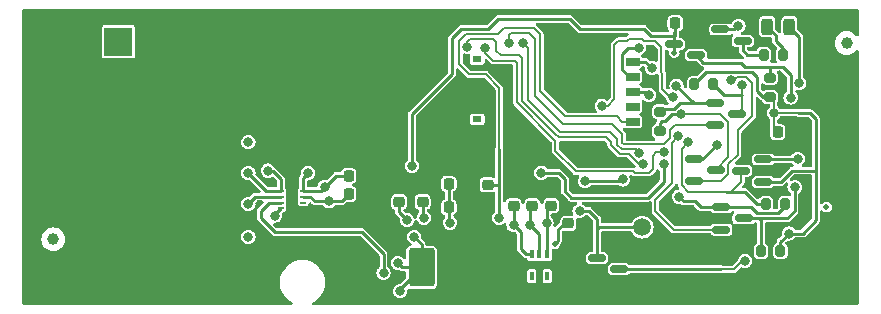
<source format=gbr>
%TF.GenerationSoftware,KiCad,Pcbnew,8.0.5*%
%TF.CreationDate,2024-10-15T10:19:28+03:00*%
%TF.ProjectId,LEXI-R422,4c455849-2d52-4343-9232-2e6b69636164,rev?*%
%TF.SameCoordinates,Original*%
%TF.FileFunction,Copper,L1,Top*%
%TF.FilePolarity,Positive*%
%FSLAX46Y46*%
G04 Gerber Fmt 4.6, Leading zero omitted, Abs format (unit mm)*
G04 Created by KiCad (PCBNEW 8.0.5) date 2024-10-15 10:19:28*
%MOMM*%
%LPD*%
G01*
G04 APERTURE LIST*
G04 Aperture macros list*
%AMRoundRect*
0 Rectangle with rounded corners*
0 $1 Rounding radius*
0 $2 $3 $4 $5 $6 $7 $8 $9 X,Y pos of 4 corners*
0 Add a 4 corners polygon primitive as box body*
4,1,4,$2,$3,$4,$5,$6,$7,$8,$9,$2,$3,0*
0 Add four circle primitives for the rounded corners*
1,1,$1+$1,$2,$3*
1,1,$1+$1,$4,$5*
1,1,$1+$1,$6,$7*
1,1,$1+$1,$8,$9*
0 Add four rect primitives between the rounded corners*
20,1,$1+$1,$2,$3,$4,$5,0*
20,1,$1+$1,$4,$5,$6,$7,0*
20,1,$1+$1,$6,$7,$8,$9,0*
20,1,$1+$1,$8,$9,$2,$3,0*%
G04 Aperture macros list end*
%TA.AperFunction,SMDPad,CuDef*%
%ADD10RoundRect,0.225000X0.250000X-0.225000X0.250000X0.225000X-0.250000X0.225000X-0.250000X-0.225000X0*%
%TD*%
%TA.AperFunction,SMDPad,CuDef*%
%ADD11RoundRect,0.250001X-0.837499X-1.399999X0.837499X-1.399999X0.837499X1.399999X-0.837499X1.399999X0*%
%TD*%
%TA.AperFunction,SMDPad,CuDef*%
%ADD12RoundRect,0.225000X-0.225000X-0.250000X0.225000X-0.250000X0.225000X0.250000X-0.225000X0.250000X0*%
%TD*%
%TA.AperFunction,SMDPad,CuDef*%
%ADD13R,0.350000X0.800000*%
%TD*%
%TA.AperFunction,SMDPad,CuDef*%
%ADD14RoundRect,0.150000X-0.587500X-0.150000X0.587500X-0.150000X0.587500X0.150000X-0.587500X0.150000X0*%
%TD*%
%TA.AperFunction,SMDPad,CuDef*%
%ADD15R,1.150000X0.650000*%
%TD*%
%TA.AperFunction,SMDPad,CuDef*%
%ADD16R,1.300000X0.450000*%
%TD*%
%TA.AperFunction,SMDPad,CuDef*%
%ADD17R,1.700000X1.400000*%
%TD*%
%TA.AperFunction,SMDPad,CuDef*%
%ADD18R,0.800000X0.540000*%
%TD*%
%TA.AperFunction,SMDPad,CuDef*%
%ADD19RoundRect,0.200000X-0.200000X-0.275000X0.200000X-0.275000X0.200000X0.275000X-0.200000X0.275000X0*%
%TD*%
%TA.AperFunction,SMDPad,CuDef*%
%ADD20C,1.500000*%
%TD*%
%TA.AperFunction,SMDPad,CuDef*%
%ADD21RoundRect,0.150000X0.587500X0.150000X-0.587500X0.150000X-0.587500X-0.150000X0.587500X-0.150000X0*%
%TD*%
%TA.AperFunction,SMDPad,CuDef*%
%ADD22RoundRect,0.200000X0.200000X0.275000X-0.200000X0.275000X-0.200000X-0.275000X0.200000X-0.275000X0*%
%TD*%
%TA.AperFunction,SMDPad,CuDef*%
%ADD23RoundRect,0.062500X-0.187500X-0.062500X0.187500X-0.062500X0.187500X0.062500X-0.187500X0.062500X0*%
%TD*%
%TA.AperFunction,ComponentPad*%
%ADD24C,0.600000*%
%TD*%
%TA.AperFunction,SMDPad,CuDef*%
%ADD25R,0.900000X1.600000*%
%TD*%
%TA.AperFunction,SMDPad,CuDef*%
%ADD26RoundRect,0.225000X0.225000X0.250000X-0.225000X0.250000X-0.225000X-0.250000X0.225000X-0.250000X0*%
%TD*%
%TA.AperFunction,ComponentPad*%
%ADD27R,2.400000X2.400000*%
%TD*%
%TA.AperFunction,ComponentPad*%
%ADD28C,2.400000*%
%TD*%
%TA.AperFunction,SMDPad,CuDef*%
%ADD29RoundRect,0.200000X0.275000X-0.200000X0.275000X0.200000X-0.275000X0.200000X-0.275000X-0.200000X0*%
%TD*%
%TA.AperFunction,SMDPad,CuDef*%
%ADD30C,1.000000*%
%TD*%
%TA.AperFunction,SMDPad,CuDef*%
%ADD31RoundRect,0.225000X-0.250000X0.225000X-0.250000X-0.225000X0.250000X-0.225000X0.250000X0.225000X0*%
%TD*%
%TA.AperFunction,SMDPad,CuDef*%
%ADD32C,0.500000*%
%TD*%
%TA.AperFunction,SMDPad,CuDef*%
%ADD33RoundRect,0.243750X-0.243750X-0.456250X0.243750X-0.456250X0.243750X0.456250X-0.243750X0.456250X0*%
%TD*%
%TA.AperFunction,ViaPad*%
%ADD34C,0.600000*%
%TD*%
%TA.AperFunction,ViaPad*%
%ADD35C,0.400000*%
%TD*%
%TA.AperFunction,ViaPad*%
%ADD36C,0.500000*%
%TD*%
%TA.AperFunction,ViaPad*%
%ADD37C,0.800000*%
%TD*%
%TA.AperFunction,Conductor*%
%ADD38C,0.200000*%
%TD*%
%TA.AperFunction,Conductor*%
%ADD39C,0.250000*%
%TD*%
G04 APERTURE END LIST*
D10*
%TO.P,C1,1*%
%TO.N,/uRST*%
X48400000Y5625000D03*
%TO.P,C1,2*%
%TO.N,GND*%
X48400000Y7175000D03*
%TD*%
%TO.P,C2,1*%
%TO.N,/uCLK*%
X46800000Y5625000D03*
%TO.P,C2,2*%
%TO.N,GND*%
X46800000Y7175000D03*
%TD*%
%TO.P,C3,1*%
%TO.N,/uData*%
X45200000Y5625000D03*
%TO.P,C3,2*%
%TO.N,GND*%
X45200000Y7175000D03*
%TD*%
%TO.P,C4,1*%
%TO.N,GND*%
X49850000Y2575000D03*
%TO.P,C4,2*%
%TO.N,/uVDD*%
X49850000Y4125000D03*
%TD*%
D11*
%TO.P,C6,1*%
%TO.N,/VBAT*%
X37412500Y400000D03*
%TO.P,C6,2*%
%TO.N,GND*%
X43787500Y400000D03*
%TD*%
D10*
%TO.P,C7,1*%
%TO.N,/VBAT*%
X37500000Y5950000D03*
%TO.P,C7,2*%
%TO.N,GND*%
X37500000Y7500000D03*
%TD*%
D12*
%TO.P,C8,1*%
%TO.N,/VBAT*%
X31250000Y8174800D03*
%TO.P,C8,2*%
%TO.N,GND*%
X32800000Y8174800D03*
%TD*%
%TO.P,C9,1*%
%TO.N,/VBAT*%
X39725000Y5500000D03*
%TO.P,C9,2*%
%TO.N,GND*%
X41275000Y5500000D03*
%TD*%
%TO.P,C10,1*%
%TO.N,/VBAT*%
X31250000Y6600000D03*
%TO.P,C10,2*%
%TO.N,GND*%
X32800000Y6600000D03*
%TD*%
%TO.P,C11,1*%
%TO.N,/VBAT*%
X39725000Y7500000D03*
%TO.P,C11,2*%
%TO.N,GND*%
X41275000Y7500000D03*
%TD*%
D10*
%TO.P,C12,1*%
%TO.N,/VBAT*%
X35500000Y5950000D03*
%TO.P,C12,2*%
%TO.N,GND*%
X35500000Y7500000D03*
%TD*%
D13*
%TO.P,D1,1*%
%TO.N,unconnected-(D1-Pad1)*%
X46750000Y-350000D03*
%TO.P,D1,2*%
%TO.N,GND*%
X47400000Y-350000D03*
%TO.P,D1,3*%
%TO.N,unconnected-(D1-Pad3)*%
X48050000Y-350000D03*
%TO.P,D1,4*%
%TO.N,/uRST*%
X48050000Y1550000D03*
%TO.P,D1,5*%
%TO.N,/uCLK*%
X47400000Y1550000D03*
%TO.P,D1,6*%
%TO.N,/uData*%
X46750000Y1550000D03*
%TD*%
D14*
%TO.P,Q8,1,B*%
%TO.N,/Network*%
X62725000Y20550000D03*
%TO.P,Q8,2,E*%
%TO.N,GND*%
X62725000Y18650000D03*
%TO.P,Q8,3,C*%
%TO.N,Net-(Q8-C)*%
X64600000Y19600000D03*
%TD*%
D15*
%TO.P,J11,C1,VCC*%
%TO.N,/uVDD*%
X55295000Y12745000D03*
%TO.P,J11,C2,RST*%
%TO.N,/uRST*%
X55295000Y15285000D03*
%TO.P,J11,C3,CLK*%
%TO.N,/uCLK*%
X55295000Y17825000D03*
%TO.P,J11,C5,GND*%
%TO.N,GND*%
X55295000Y11475000D03*
%TO.P,J11,C6,VPP*%
%TO.N,unconnected-(J11-VPP-PadC6)*%
X55295000Y14015000D03*
%TO.P,J11,C7,I/O*%
%TO.N,/uData*%
X55295000Y16555000D03*
D16*
%TO.P,J11,G1,GND*%
%TO.N,GND*%
X53125000Y9230000D03*
%TO.P,J11,G2,GND*%
X51125000Y9230000D03*
%TO.P,J11,G3,GND*%
X53125000Y21770000D03*
%TO.P,J11,G4,GND*%
X51125000Y21770000D03*
D17*
%TO.P,J11,G5,GND*%
X41565000Y21605000D03*
%TO.P,J11,G6,GND*%
X41565000Y9395000D03*
D18*
%TO.P,J11,X1*%
%TO.N,N/C*%
X42145000Y12960000D03*
%TO.P,J11,X2*%
X42145000Y18040000D03*
%TD*%
D19*
%TO.P,R6,1*%
%TO.N,/RxD*%
X66150000Y1800000D03*
%TO.P,R6,2*%
%TO.N,/+3V3_UC*%
X67800000Y1800000D03*
%TD*%
D20*
%TO.P,TP4,1,1*%
%TO.N,/PWRKEY*%
X56100000Y3800000D03*
%TD*%
D21*
%TO.P,Q5,1,B*%
%TO.N,/+3V3_UC*%
X66337500Y7650000D03*
%TO.P,Q5,2,E*%
%TO.N,/TxD*%
X66337500Y9550000D03*
%TO.P,Q5,3,C*%
%TO.N,/TXD*%
X64462500Y8600000D03*
%TD*%
D22*
%TO.P,R7,1*%
%TO.N,/uDCD*%
X62125000Y15900000D03*
%TO.P,R7,2*%
%TO.N,/+3V3_UC*%
X60475000Y15900000D03*
%TD*%
D23*
%TO.P,U1,1,VIN*%
%TO.N,/+3V6d*%
X25500000Y6900000D03*
%TO.P,U1,2,VIN*%
X25500000Y6400000D03*
%TO.P,U1,3,ON*%
%TO.N,/Alim*%
X25500000Y5900000D03*
%TO.P,U1,4,VBIAS*%
%TO.N,/+3V6d*%
X25500000Y5400000D03*
%TO.P,U1,5,GND*%
%TO.N,GND*%
X27400000Y5400000D03*
%TO.P,U1,6,CT*%
%TO.N,unconnected-(U1-CT-Pad6)*%
X27400000Y5900000D03*
%TO.P,U1,7,VOUT*%
%TO.N,/VBAT*%
X27400000Y6400000D03*
%TO.P,U1,8,VOUT*%
X27400000Y6900000D03*
D24*
%TO.P,U1,9,PAD*%
%TO.N,GND*%
X26450000Y6650000D03*
D25*
X26450000Y6150000D03*
D24*
X26450000Y5650000D03*
%TD*%
D26*
%TO.P,C16,1*%
%TO.N,/VDD_EXT*%
X58875000Y21090000D03*
%TO.P,C16,2*%
%TO.N,GND*%
X57325000Y21090000D03*
%TD*%
D12*
%TO.P,C17,1*%
%TO.N,GND*%
X66025000Y11880000D03*
%TO.P,C17,2*%
%TO.N,/+3V3_UC*%
X67575000Y11880000D03*
%TD*%
D27*
%TO.P,BT1,1,+*%
%TO.N,/+3V6d*%
X11750000Y19500000D03*
D28*
%TO.P,BT1,2,-*%
%TO.N,GND*%
X11750000Y-1500000D03*
%TO.P,BT1,3,-*%
X15500000Y-1500000D03*
%TO.P,BT1,4,-*%
X8000000Y-1500000D03*
%TD*%
D19*
%TO.P,R8,1*%
%TO.N,/TXD*%
X66575000Y5800000D03*
%TO.P,R8,2*%
%TO.N,/VDD_EXT*%
X68225000Y5800000D03*
%TD*%
D29*
%TO.P,R9,1*%
%TO.N,/DTR*%
X57600000Y11950000D03*
%TO.P,R9,2*%
%TO.N,/VDD_EXT*%
X57600000Y13600000D03*
%TD*%
D14*
%TO.P,Q1,1,B*%
%TO.N,/VDD_EXT*%
X58775000Y19330000D03*
%TO.P,Q1,2,E*%
%TO.N,GND*%
X58775000Y17430000D03*
%TO.P,Q1,3,C*%
%TO.N,/PowerDown*%
X60650000Y18380000D03*
%TD*%
D30*
%TO.P,FID1,*%
%TO.N,*%
X73400000Y19400000D03*
%TD*%
D22*
%TO.P,R2,1*%
%TO.N,Net-(D2-K)*%
X68025000Y18400000D03*
%TO.P,R2,2*%
%TO.N,Net-(Q8-C)*%
X66375000Y18400000D03*
%TD*%
D14*
%TO.P,Q2,1,B*%
%TO.N,/VDD_EXT*%
X62800000Y5500000D03*
%TO.P,Q2,2,E*%
%TO.N,/RXD*%
X62800000Y3600000D03*
%TO.P,Q2,3,C*%
%TO.N,/RxD*%
X64675000Y4550000D03*
%TD*%
%TO.P,Q6,1,B*%
%TO.N,/+3V3_UC*%
X60462500Y9600000D03*
%TO.P,Q6,2,E*%
%TO.N,/uDTR*%
X60462500Y7700000D03*
%TO.P,Q6,3,C*%
%TO.N,/DTR*%
X62337500Y8650000D03*
%TD*%
D30*
%TO.P,FID4,*%
%TO.N,*%
X6223000Y2794000D03*
%TD*%
D31*
%TO.P,C15,1*%
%TO.N,/uVDD*%
X43000000Y7400000D03*
%TO.P,C15,2*%
%TO.N,GND*%
X43000000Y5850000D03*
%TD*%
D32*
%TO.P,TP1,1,1*%
%TO.N,unconnected-(TP1-Pad1)*%
X71689600Y5511800D03*
%TD*%
D33*
%TO.P,D2,1,K*%
%TO.N,Net-(D2-K)*%
X66662500Y20800000D03*
%TO.P,D2,2,A*%
%TO.N,/+3V6d*%
X68537500Y20800000D03*
%TD*%
D14*
%TO.P,Q4,1,B*%
%TO.N,/VDD_EXT*%
X62262500Y14350000D03*
%TO.P,Q4,2,E*%
%TO.N,/DCD*%
X62262500Y12450000D03*
%TO.P,Q4,3,C*%
%TO.N,/uDCD*%
X64137500Y13400000D03*
%TD*%
D29*
%TO.P,R5,1*%
%TO.N,/+3V3_UC*%
X66910000Y14835000D03*
%TO.P,R5,2*%
%TO.N,/PowerDown*%
X66910000Y16485000D03*
%TD*%
D21*
%TO.P,Q3,1,B*%
%TO.N,/uPWRKEY*%
X54137500Y250000D03*
%TO.P,Q3,2,E*%
%TO.N,GND*%
X54137500Y2150000D03*
%TO.P,Q3,3,C*%
%TO.N,/PWRKEY*%
X52262500Y1200000D03*
%TD*%
D34*
%TO.N,GND*%
X70993000Y-993657D03*
X17653000Y-993657D03*
X51943000Y18056343D03*
X18923000Y276343D03*
X53213000Y-993657D03*
X4953000Y4086343D03*
X22733000Y276343D03*
X72263000Y14246343D03*
X13843000Y14246343D03*
X41783000Y2816343D03*
X73533000Y276343D03*
X11303000Y10436343D03*
X73533000Y2816343D03*
X11303000Y9166343D03*
X12573000Y10436343D03*
X31623000Y-993657D03*
X73533000Y12976343D03*
X29083000Y12976343D03*
X31623000Y20596343D03*
X68453000Y-993657D03*
X25273000Y10436343D03*
X8763000Y19326343D03*
X70993000Y1546343D03*
D35*
X35400000Y15200000D03*
X32400000Y15000000D03*
D34*
X13843000Y11706343D03*
X7493000Y1546343D03*
X73533000Y4086343D03*
X10033000Y11706343D03*
X18923000Y14246343D03*
X21463000Y14246343D03*
X7493000Y18056343D03*
X10033000Y14246343D03*
X22733000Y16786343D03*
X6223000Y11706343D03*
X37973000Y20596343D03*
X6223000Y18056343D03*
X13843000Y4086343D03*
D35*
X57000000Y18400000D03*
D34*
X72263000Y1546343D03*
X39243000Y19326343D03*
X32893000Y11706343D03*
X73533000Y1546343D03*
X24003000Y14246343D03*
X4953000Y-993657D03*
X15113000Y9166343D03*
X13843000Y16786343D03*
X30353000Y12976343D03*
X20193000Y6626343D03*
D35*
X27130000Y16960000D03*
D34*
X50673000Y1546343D03*
X51943000Y16786343D03*
X24003000Y-993657D03*
X6223000Y15516343D03*
X22733000Y14246343D03*
X18923000Y-993657D03*
X22733000Y18056343D03*
X15113000Y11706343D03*
X12573000Y5356343D03*
D35*
X30590000Y17150000D03*
D34*
X34163000Y11706343D03*
X25273000Y276343D03*
X6223000Y276343D03*
X51943000Y-993657D03*
X6223000Y20596343D03*
X54483000Y-993657D03*
X51943000Y19326343D03*
X41783000Y4086343D03*
D35*
X31800000Y15000000D03*
D34*
X58293000Y-993657D03*
X20193000Y11706343D03*
X72263000Y276343D03*
X72263000Y6626343D03*
X11303000Y11706343D03*
X20193000Y2816343D03*
X15113000Y4086343D03*
X11303000Y5356343D03*
D35*
X32400000Y17200000D03*
D34*
X22733000Y-993657D03*
X73533000Y14246343D03*
X73533000Y-993657D03*
X20193000Y5356343D03*
X25273000Y15516343D03*
X26543000Y12976343D03*
X8763000Y1546343D03*
X30353000Y-993657D03*
X20193000Y7896343D03*
X13843000Y2816343D03*
X57023000Y-993657D03*
X72263000Y2816343D03*
X21463000Y19326343D03*
X13843000Y18056343D03*
X24003000Y16786343D03*
X16383000Y15516343D03*
X15113000Y1546343D03*
X7493000Y19326343D03*
X10033000Y276343D03*
X18923000Y15516343D03*
X4953000Y16786343D03*
X49403000Y1546343D03*
X73533000Y11706343D03*
X11303000Y4086343D03*
X21463000Y16786343D03*
D35*
X33000000Y15000000D03*
D36*
X51400000Y10200000D03*
D34*
X7493000Y15516343D03*
X59563000Y-993657D03*
X12573000Y11706343D03*
X26543000Y11706343D03*
X58293000Y5356343D03*
X50673000Y-993657D03*
X57023000Y1546343D03*
X21463000Y276343D03*
X55753000Y1546343D03*
X72263000Y12976343D03*
D35*
X28920000Y17470000D03*
D34*
X56300000Y7300000D03*
X17653000Y14246343D03*
X21463000Y18056343D03*
X63373000Y-993657D03*
X15113000Y5356343D03*
X12573000Y4086343D03*
X32893000Y10436343D03*
X10033000Y16786343D03*
X32893000Y20596343D03*
X20193000Y4086343D03*
X10033000Y15516343D03*
X8763000Y15516343D03*
X34163000Y20596343D03*
X12573000Y2816343D03*
X13843000Y19326343D03*
X24003000Y18056343D03*
X25273000Y12976343D03*
X35433000Y19326343D03*
X21463000Y15516343D03*
X12573000Y1546343D03*
X13843000Y5356343D03*
X13843000Y9166343D03*
X24003000Y276343D03*
X55753000Y5356343D03*
X24003000Y19326343D03*
X27813000Y11706343D03*
X68453000Y276343D03*
X31623000Y12976343D03*
X32893000Y19326343D03*
X13843000Y15516343D03*
X4953000Y18056343D03*
D35*
X29990000Y17120000D03*
D34*
X7493000Y20596343D03*
D35*
X26840000Y17480000D03*
X36000000Y15200000D03*
D34*
X41783000Y1546343D03*
D35*
X28220000Y15600000D03*
D34*
X72263000Y9166343D03*
X8763000Y12976343D03*
X13843000Y6626343D03*
X15113000Y14246343D03*
D37*
X22707600Y21285200D03*
D34*
X15113000Y15516343D03*
X20193000Y276343D03*
X20193000Y1546343D03*
X70993000Y276343D03*
D35*
X31200000Y15000000D03*
D34*
X36703000Y20596343D03*
X34163000Y19326343D03*
D35*
X29340000Y17120000D03*
D34*
X69723000Y276343D03*
X64643000Y-993657D03*
X58293000Y1546343D03*
X29083000Y11706343D03*
X27813000Y12976343D03*
X11303000Y2816343D03*
X7493000Y16786343D03*
X4953000Y15516343D03*
X15113000Y12976343D03*
X34163000Y12976343D03*
X30353000Y11706343D03*
X73533000Y10436343D03*
X39243000Y20596343D03*
X35433000Y20596343D03*
X73533000Y7896343D03*
X48133000Y19326343D03*
X73533000Y6626343D03*
X4953000Y11706343D03*
X26543000Y10436343D03*
X25273000Y11706343D03*
X4953000Y276343D03*
X12573000Y16786343D03*
X20193000Y12976343D03*
X36703000Y19326343D03*
X16383000Y14246343D03*
X4953000Y20596343D03*
X8763000Y16786343D03*
X60833000Y-993657D03*
X8763000Y2816343D03*
X12573000Y7896343D03*
X26543000Y14246343D03*
X15113000Y2816343D03*
X25273000Y1546343D03*
X35433000Y12976343D03*
X72263000Y11706343D03*
X7493000Y14246343D03*
X4953000Y19326343D03*
X11303000Y12976343D03*
D35*
X31800000Y17200000D03*
D34*
X10033000Y12976343D03*
X17653000Y15516343D03*
X41783000Y-993657D03*
X32893000Y12976343D03*
X73533000Y9166343D03*
D35*
X31200000Y17200000D03*
D34*
X20193000Y9166343D03*
X10033000Y1546343D03*
X4953000Y1546343D03*
X6223000Y16786343D03*
X15113000Y6626343D03*
D35*
X28740000Y15350000D03*
D34*
X15113000Y10436343D03*
X13843000Y276343D03*
X20193000Y-993657D03*
X24003000Y15516343D03*
X10033000Y4086343D03*
X12573000Y14246343D03*
X22733000Y19326343D03*
X8763000Y4086343D03*
X55753000Y-993657D03*
X11303000Y14246343D03*
X72263000Y7896343D03*
X10033000Y2816343D03*
X20193000Y15516343D03*
X8763000Y20596343D03*
D35*
X34800000Y17200000D03*
D34*
X11303000Y15516343D03*
X25273000Y16786343D03*
D35*
X36600000Y17000000D03*
X36000000Y17000000D03*
D34*
X20193000Y10436343D03*
X34163000Y9166343D03*
X40513000Y1546343D03*
X31623000Y19326343D03*
D35*
X67800000Y10600000D03*
D34*
X8763000Y18056343D03*
D35*
X33000000Y17200000D03*
D34*
X73533000Y5356343D03*
X13843000Y20596343D03*
D35*
X33600000Y15000000D03*
D34*
X72263000Y-993657D03*
X72263000Y4086343D03*
D35*
X27350000Y16440000D03*
X35400000Y17000000D03*
X27740000Y15970000D03*
D34*
X49403000Y-993657D03*
X11303000Y16786343D03*
X72263000Y10436343D03*
X12573000Y9166343D03*
X12573000Y12976343D03*
X13843000Y12976343D03*
X6223000Y19326343D03*
D35*
X33600000Y17200000D03*
D34*
X69723000Y1546343D03*
X13843000Y10436343D03*
D35*
X34200000Y17200000D03*
D34*
X12573000Y6626343D03*
X31623000Y11706343D03*
X69723000Y-993657D03*
X34163000Y10436343D03*
X15113000Y7896343D03*
X21463000Y-993657D03*
X17653000Y276343D03*
X20193000Y14246343D03*
X25273000Y14246343D03*
X37973000Y19326343D03*
X62103000Y-993657D03*
D35*
X36600000Y15200000D03*
X56800000Y16200000D03*
D34*
X22733000Y15516343D03*
X12573000Y15516343D03*
X13843000Y1546343D03*
X13843000Y7896343D03*
X48133000Y20596343D03*
X35433000Y11706343D03*
X11303000Y1546343D03*
X8763000Y14246343D03*
D37*
%TO.N,/uRST*%
X56675000Y15000000D03*
X48000000Y4200000D03*
%TO.N,/uCLK*%
X46600000Y4000000D03*
X56920000Y17280000D03*
%TO.N,/uData*%
X45200000Y4000000D03*
X55800000Y19000000D03*
D36*
%TO.N,/uVDD*%
X48700000Y2400000D03*
D37*
X44000000Y4600000D03*
%TO.N,/VBAT*%
X29200000Y7200000D03*
X36200000Y4400000D03*
X39800000Y4200000D03*
X35400000Y800000D03*
X37600000Y4600000D03*
X35600000Y-1600000D03*
X36800000Y3000000D03*
X29600000Y6000000D03*
X27800000Y8400000D03*
%TO.N,/uPWRKEY*%
X64800000Y959998D03*
%TO.N,/uDTR*%
X63616429Y16235000D03*
%TO.N,/TxD*%
X69275000Y9600000D03*
%TO.N,/RxD*%
X69000000Y7200000D03*
%TO.N,/uDCD*%
X64532815Y15808952D03*
%TO.N,/RXD*%
X59148889Y11524985D03*
X41300000Y19100000D03*
X56152123Y9135421D03*
%TO.N,/TXD*%
X60000000Y11000000D03*
X57900000Y10150000D03*
X42800000Y19000000D03*
%TO.N,/VDD_EXT*%
X59200000Y6400000D03*
X36600000Y9000000D03*
X59000000Y15800000D03*
D36*
X58800000Y18600000D03*
D37*
%TO.N,/DTR*%
X46000000Y19400000D03*
X55850000Y10124985D03*
X59400000Y13400000D03*
%TO.N,/DCD*%
X44800000Y19400000D03*
%TO.N,/PWRKEY*%
X50800000Y5200000D03*
%TO.N,/Alim*%
X34200000Y-50000D03*
%TO.N,/+3V6d*%
X22750000Y8400000D03*
X69400000Y16000000D03*
X22750000Y5800000D03*
X24400000Y8600000D03*
X25000000Y4800000D03*
X22750000Y11000000D03*
X22750000Y3000000D03*
%TO.N,/+3V3_UC*%
X68500000Y3275000D03*
X67250000Y13500000D03*
X62400000Y10800000D03*
%TO.N,/Vbus*%
X58725000Y14838555D03*
X52675000Y14100000D03*
%TO.N,/U5V*%
X54450000Y7850000D03*
X51250000Y7700000D03*
%TO.N,/P99*%
X57900001Y9125000D03*
X47557087Y8427165D03*
%TO.N,/Network*%
X64246154Y20869231D03*
%TO.N,/PowerDown*%
X68660000Y14790000D03*
%TD*%
D38*
%TO.N,GND*%
X49850000Y2575000D02*
X49850000Y1993343D01*
X51125000Y9230000D02*
X51125000Y10025000D01*
X51400000Y10300000D02*
X51400000Y10200000D01*
X49850000Y1993343D02*
X49403000Y1546343D01*
X51125000Y10025000D02*
X51400000Y10300000D01*
D39*
%TO.N,/uRST*%
X48050000Y3050000D02*
X48000000Y3100000D01*
X48000000Y5225000D02*
X48400000Y5625000D01*
X48050000Y1550000D02*
X48050000Y3050000D01*
X56600000Y15000000D02*
X56315000Y15285000D01*
X48000000Y3100000D02*
X48000000Y4200000D01*
X56315000Y15285000D02*
X55295000Y15285000D01*
X48000000Y4200000D02*
X48000000Y5225000D01*
X56675000Y15000000D02*
X56600000Y15000000D01*
%TO.N,/uCLK*%
X47400000Y3200000D02*
X46600000Y4000000D01*
X56920000Y17280000D02*
X56375000Y17825000D01*
X46600000Y4000000D02*
X46600000Y5425000D01*
X46600000Y5425000D02*
X46800000Y5625000D01*
X47400000Y1550000D02*
X47400000Y3200000D01*
X56375000Y17825000D02*
X55295000Y17825000D01*
%TO.N,/uData*%
X45800000Y2000000D02*
X46250000Y1550000D01*
X55015000Y16555000D02*
X55295000Y16555000D01*
X45800000Y3400000D02*
X45800000Y2000000D01*
X54395000Y17175000D02*
X55015000Y16555000D01*
X46250000Y1550000D02*
X46750000Y1550000D01*
X45200000Y4000000D02*
X45200000Y5625000D01*
X45200000Y4000000D02*
X45800000Y3400000D01*
X54920000Y19000000D02*
X54395000Y18475000D01*
X54395000Y18475000D02*
X54395000Y17175000D01*
X55800000Y19000000D02*
X54920000Y19000000D01*
%TO.N,/uVDD*%
X43000000Y7425000D02*
X43975000Y7425000D01*
X44000000Y4600000D02*
X44000000Y7400000D01*
D38*
X55295000Y12745000D02*
X54405000Y12745000D01*
X43905000Y20155000D02*
X41150000Y20155000D01*
D39*
X44000000Y10450000D02*
X44000000Y9100000D01*
D38*
X44000000Y15600000D02*
X44000000Y10450000D01*
X47450000Y20150000D02*
X46950000Y20650000D01*
X40600000Y17600000D02*
X41450000Y16750000D01*
X55295000Y12745000D02*
X54655000Y12745000D01*
X41450000Y16750000D02*
X42850000Y16750000D01*
X49600000Y13200000D02*
X47450000Y15350000D01*
X46950000Y20650000D02*
X44400000Y20650000D01*
X44400000Y20650000D02*
X43905000Y20155000D01*
X42850000Y16750000D02*
X44000000Y15600000D01*
X40600000Y19605000D02*
X40600000Y17600000D01*
D39*
X48950000Y2650000D02*
X48950000Y3600000D01*
D38*
X47450000Y15350000D02*
X47450000Y20150000D01*
X53950000Y13200000D02*
X49600000Y13200000D01*
D39*
X48700000Y2400000D02*
X48950000Y2650000D01*
X43975000Y7425000D02*
X44000000Y7400000D01*
X49475000Y4125000D02*
X49850000Y4125000D01*
X48950000Y3600000D02*
X49475000Y4125000D01*
X44000000Y7400000D02*
X44000000Y9100000D01*
D38*
X41150000Y20155000D02*
X40600000Y19605000D01*
X54405000Y12745000D02*
X53950000Y13200000D01*
D39*
%TO.N,/VBAT*%
X30650000Y6000000D02*
X31250000Y6600000D01*
X37412500Y400000D02*
X35600000Y-1412500D01*
X28900000Y6900000D02*
X29200000Y7200000D01*
X39725000Y5500000D02*
X39725000Y4275000D01*
X35600000Y-1412500D02*
X35600000Y-1600000D01*
X30174800Y8174800D02*
X31250000Y8174800D01*
X27400000Y8000000D02*
X27800000Y8400000D01*
X37500000Y4700000D02*
X37600000Y4600000D01*
X27400000Y6900000D02*
X27400000Y8000000D01*
X39725000Y4275000D02*
X39800000Y4200000D01*
X29200000Y7200000D02*
X30174800Y8174800D01*
X36200000Y4400000D02*
X35500000Y5100000D01*
X35800000Y400000D02*
X35400000Y800000D01*
X37412500Y2387500D02*
X36800000Y3000000D01*
X35500000Y5100000D02*
X35500000Y5950000D01*
X27400000Y6400000D02*
X28000000Y6400000D01*
X27400000Y6900000D02*
X28900000Y6900000D01*
X37500000Y5950000D02*
X37500000Y4700000D01*
X29600000Y6000000D02*
X30650000Y6000000D01*
X39725000Y7500000D02*
X39725000Y5500000D01*
X29400000Y6000000D02*
X29600000Y6000000D01*
X37412500Y400000D02*
X35800000Y400000D01*
X28000000Y6400000D02*
X28400000Y6000000D01*
X28400000Y6000000D02*
X29400000Y6000000D01*
X37412500Y400000D02*
X37412500Y2387500D01*
D38*
%TO.N,/uPWRKEY*%
X62800000Y250000D02*
X63850000Y250000D01*
X63850000Y250000D02*
X64800000Y1200000D01*
X64800000Y1200000D02*
X64800000Y959998D01*
D39*
X62800000Y250000D02*
X54137500Y250000D01*
D38*
%TO.N,/uDTR*%
X63375000Y8309448D02*
X62765552Y7700000D01*
X64200000Y12000000D02*
X64200000Y9946815D01*
X63616429Y16235000D02*
X63845050Y16235000D01*
X65400000Y16000000D02*
X65400000Y13200000D01*
X65400000Y13200000D02*
X64200000Y12000000D01*
X64119002Y16508952D02*
X64891048Y16508952D01*
X63375000Y9121815D02*
X63375000Y8309448D01*
X64200000Y9946815D02*
X63375000Y9121815D01*
X63845050Y16235000D02*
X64119002Y16508952D01*
X62765552Y7700000D02*
X60462500Y7700000D01*
X64891048Y16508952D02*
X65400000Y16000000D01*
D39*
%TO.N,/TxD*%
X69225000Y9550000D02*
X69275000Y9600000D01*
X66337500Y9550000D02*
X69225000Y9550000D01*
%TO.N,/RxD*%
X64675000Y4550000D02*
X66000000Y4550000D01*
X66000000Y4550000D02*
X68350000Y4550000D01*
X68350000Y4550000D02*
X69000000Y5200000D01*
X66150000Y1800000D02*
X66150000Y4400000D01*
X66150000Y4400000D02*
X66000000Y4550000D01*
X69000000Y5200000D02*
X69000000Y7200000D01*
%TO.N,/uDCD*%
X63100000Y15000000D02*
X63025000Y15000000D01*
D38*
X64532815Y15808952D02*
X64532815Y15000000D01*
X64532815Y15000000D02*
X64532815Y13795315D01*
D39*
X62025000Y15800000D02*
X62200000Y15800000D01*
X63000000Y15000000D02*
X63100000Y15000000D01*
X63025000Y15000000D02*
X62125000Y15900000D01*
D38*
X64532815Y13795315D02*
X64137500Y13400000D01*
D39*
X63100000Y15000000D02*
X64532815Y15000000D01*
D38*
%TO.N,/RXD*%
X43750000Y18700000D02*
X43750000Y19500000D01*
X54109314Y10109314D02*
X53450000Y10768629D01*
X53450000Y11000000D02*
X53032843Y11417157D01*
X41300000Y19500000D02*
X41300000Y19100000D01*
X59200000Y11576096D02*
X59148889Y11524985D01*
X48942157Y11492157D02*
X48784315Y11650000D01*
X55392517Y9592517D02*
X54960049Y10024985D01*
X48784315Y11650000D02*
X45900000Y14534315D01*
X56152123Y9135421D02*
X55849614Y9135421D01*
X45700000Y18350000D02*
X44100000Y18350000D01*
X58600000Y10976096D02*
X58600000Y7550000D01*
X59200000Y11600000D02*
X59200000Y11576096D01*
X43495000Y19755000D02*
X41555000Y19755000D01*
X59300000Y11600000D02*
X59200000Y11600000D01*
X44100000Y18350000D02*
X43750000Y18700000D01*
X53032843Y11417157D02*
X49017157Y11417157D01*
D39*
X41300000Y19100000D02*
X41300000Y19400000D01*
D38*
X45900000Y14534315D02*
X45900000Y18150000D01*
X41555000Y19755000D02*
X41300000Y19500000D01*
X45900000Y18150000D02*
X45700000Y18350000D01*
X58800000Y3600000D02*
X62800000Y3600000D01*
X55849614Y9135421D02*
X55392517Y9592517D01*
X54960049Y10024985D02*
X54193643Y10024985D01*
X57200000Y6150000D02*
X57200000Y5200000D01*
X49017157Y11417157D02*
X48942157Y11492157D01*
X53450000Y10768629D02*
X53450000Y11000000D01*
X59148889Y11524985D02*
X58600000Y10976096D01*
X43750000Y19500000D02*
X43495000Y19755000D01*
X54193643Y10024985D02*
X54109314Y10109314D01*
X58600000Y7550000D02*
X57200000Y6150000D01*
X57200000Y5200000D02*
X58800000Y3600000D01*
%TO.N,/TXD*%
X57000000Y8750000D02*
X56685421Y8435421D01*
X64462500Y7662500D02*
X64462500Y8600000D01*
X45500000Y17700000D02*
X45300000Y17900000D01*
X55450000Y8435421D02*
X55335421Y8550000D01*
X50450000Y8550000D02*
X48725000Y10275000D01*
X55335421Y8550000D02*
X50450000Y8550000D01*
X48725000Y11143629D02*
X45500000Y14368629D01*
X59984448Y6800000D02*
X62800000Y6800000D01*
X56685421Y8435421D02*
X55450000Y8435421D01*
X45300000Y17900000D02*
X43500000Y17900000D01*
X63600000Y6800000D02*
X64462500Y7662500D01*
X59425000Y10425000D02*
X59425000Y7359448D01*
D39*
X65800000Y5800000D02*
X64800000Y6800000D01*
D38*
X42800000Y18600000D02*
X42800000Y19000000D01*
X48725000Y10275000D02*
X48725000Y11143629D01*
X57300000Y10150000D02*
X57000000Y9850000D01*
X62800000Y6800000D02*
X63600000Y6800000D01*
D39*
X66575000Y5800000D02*
X65800000Y5800000D01*
D38*
X57900000Y10150000D02*
X57300000Y10150000D01*
X59425000Y7359448D02*
X59984448Y6800000D01*
X43500000Y17900000D02*
X42800000Y18600000D01*
X63200000Y6800000D02*
X63600000Y6800000D01*
X45500000Y14368629D02*
X45500000Y17700000D01*
X60000000Y11000000D02*
X59425000Y10425000D01*
X57000000Y9850000D02*
X57000000Y8750000D01*
D39*
X64800000Y6800000D02*
X63200000Y6800000D01*
D38*
X62800000Y6800000D02*
X63200000Y6800000D01*
D39*
%TO.N,/VDD_EXT*%
X36600000Y9000000D02*
X36600000Y13400000D01*
X40000000Y19800000D02*
X40780000Y20580000D01*
X59324695Y14350000D02*
X60850000Y14350000D01*
X59200000Y6400000D02*
X59600000Y6000000D01*
X57600000Y13600000D02*
X57850000Y13850000D01*
X43900000Y21450000D02*
X49950000Y21450000D01*
X36600000Y13400000D02*
X40000000Y16800000D01*
X59000000Y15800000D02*
X59000000Y16050000D01*
X68225000Y5625000D02*
X67600000Y5000000D01*
X58875000Y21090000D02*
X58875000Y20550000D01*
X58775000Y20300000D02*
X58775000Y19330000D01*
X62800000Y5500000D02*
X61100000Y5500000D01*
X58875000Y20550000D02*
X58875000Y20400000D01*
X58824695Y13850000D02*
X59324695Y14350000D01*
X59000000Y15800000D02*
X60450000Y14350000D01*
X60450000Y14350000D02*
X62262500Y14350000D01*
X65300000Y5500000D02*
X65800000Y5000000D01*
X58775000Y18625000D02*
X58800000Y18600000D01*
X58875000Y20400000D02*
X58775000Y20300000D01*
X40780000Y20580000D02*
X43030000Y20580000D01*
X56250000Y20600000D02*
X56850000Y20000000D01*
X59600000Y6000000D02*
X60600000Y6000000D01*
X62800000Y5500000D02*
X65300000Y5500000D01*
X58775000Y19330000D02*
X58775000Y18625000D01*
X57850000Y13850000D02*
X58824695Y13850000D01*
X68225000Y5800000D02*
X68225000Y5625000D01*
X58875000Y20000000D02*
X58875000Y20550000D01*
X43030000Y20580000D02*
X43900000Y21450000D01*
X61100000Y5500000D02*
X60600000Y6000000D01*
X50800000Y20600000D02*
X56250000Y20600000D01*
X40000000Y16800000D02*
X40000000Y19800000D01*
X56850000Y20000000D02*
X58875000Y20000000D01*
X65800000Y5000000D02*
X67600000Y5000000D01*
X49950000Y21450000D02*
X50800000Y20600000D01*
D38*
%TO.N,/DTR*%
X54359329Y10424985D02*
X54000000Y10784314D01*
D39*
X58650000Y13400000D02*
X59400000Y13400000D01*
D38*
X62337500Y8650000D02*
X63400000Y9712500D01*
X54000000Y10784314D02*
X54000000Y11250000D01*
X55550000Y10424985D02*
X54359329Y10424985D01*
D39*
X57600000Y11950000D02*
X57600000Y12600000D01*
D38*
X62690552Y13400000D02*
X59400000Y13400000D01*
X49150000Y11850000D02*
X46450000Y14550000D01*
X63400000Y9712500D02*
X63400000Y12690552D01*
X55850000Y10124985D02*
X55550000Y10424985D01*
X54000000Y11250000D02*
X53400000Y11850000D01*
D39*
X57800000Y12800000D02*
X58050000Y12800000D01*
X58050000Y12800000D02*
X58650000Y13400000D01*
D38*
X53400000Y11850000D02*
X49150000Y11850000D01*
X63400000Y12690552D02*
X62690552Y13400000D01*
X46450000Y18950000D02*
X46000000Y19400000D01*
X46450000Y14550000D02*
X46450000Y18950000D01*
D39*
X57600000Y12600000D02*
X57800000Y12800000D01*
D38*
%TO.N,/DCD*%
X46550000Y20250000D02*
X45000000Y20250000D01*
X54400000Y11700000D02*
X53550000Y12550000D01*
X58448889Y12001675D02*
X58448889Y11398889D01*
X58448889Y11398889D02*
X57900000Y10850000D01*
X54525015Y10824985D02*
X54400000Y10950000D01*
X45000000Y20250000D02*
X44800000Y20050000D01*
X47050000Y19750000D02*
X46550000Y20250000D01*
X53550000Y12550000D02*
X49400000Y12550000D01*
X49400000Y12550000D02*
X47050000Y14900000D01*
X47050000Y14900000D02*
X47050000Y19750000D01*
X55500030Y10850000D02*
X55475015Y10824985D01*
X44800000Y20050000D02*
X44800000Y19400000D01*
X57900000Y10850000D02*
X55500030Y10850000D01*
X55475015Y10824985D02*
X54525015Y10824985D01*
X62262500Y12450000D02*
X58900000Y12450000D01*
X58451675Y12001675D02*
X58448889Y12001675D01*
X58900000Y12450000D02*
X58451675Y12001675D01*
X54400000Y10950000D02*
X54400000Y11700000D01*
D39*
%TO.N,/PWRKEY*%
X52262500Y1200000D02*
X52262500Y3600000D01*
X56100000Y3800000D02*
X52462500Y3800000D01*
X51600000Y5200000D02*
X50800000Y5200000D01*
X52462500Y3800000D02*
X52262500Y3600000D01*
X52262500Y3800000D02*
X52262500Y4537500D01*
X52262500Y3600000D02*
X52262500Y3800000D01*
X52262500Y4537500D02*
X51600000Y5200000D01*
%TO.N,/Alim*%
X32350000Y3400000D02*
X34200000Y1550000D01*
X25000000Y3400000D02*
X32350000Y3400000D01*
X23800000Y4600000D02*
X25000000Y3400000D01*
X24500000Y5900000D02*
X23800000Y5200000D01*
X25500000Y5900000D02*
X24500000Y5900000D01*
X34200000Y1550000D02*
X34200000Y-50000D01*
X23800000Y5200000D02*
X23800000Y4600000D01*
%TO.N,/+3V6d*%
X25500000Y6900000D02*
X25500000Y7900000D01*
X69400000Y19937500D02*
X69400000Y16000000D01*
X68537500Y20800000D02*
X69400000Y19937500D01*
X25500000Y7900000D02*
X24800000Y8600000D01*
X23350000Y6400000D02*
X22750000Y5800000D01*
X25500000Y6400000D02*
X23350000Y6400000D01*
X25500000Y6900000D02*
X24250000Y6900000D01*
X24250000Y6900000D02*
X22750000Y8400000D01*
X24800000Y8600000D02*
X24400000Y8600000D01*
X25000000Y4900000D02*
X25000000Y4800000D01*
X25500000Y5400000D02*
X25000000Y4900000D01*
%TO.N,/+3V3_UC*%
X69300000Y13500000D02*
X70300000Y13500000D01*
X61535000Y16960000D02*
X65400000Y16960000D01*
X70800000Y4400000D02*
X69675000Y3275000D01*
X65825000Y16535000D02*
X65825000Y15375000D01*
D38*
X67250000Y14495000D02*
X66910000Y14835000D01*
D39*
X67350000Y13400000D02*
X67250000Y13500000D01*
X60462500Y9600000D02*
X61200000Y9600000D01*
X67800000Y2575000D02*
X68500000Y3275000D01*
X65825000Y15375000D02*
X66365000Y14835000D01*
X61200000Y9600000D02*
X62400000Y10800000D01*
D38*
X67250000Y13500000D02*
X67250000Y12205000D01*
D39*
X60475000Y15900000D02*
X61535000Y16960000D01*
X68800000Y8600000D02*
X70800000Y8600000D01*
X67850000Y7650000D02*
X68800000Y8600000D01*
X70300000Y13500000D02*
X70800000Y13000000D01*
D38*
X69300000Y13500000D02*
X67250000Y13500000D01*
D39*
X69675000Y3275000D02*
X68500000Y3275000D01*
D38*
X67250000Y12205000D02*
X67575000Y11880000D01*
D39*
X70800000Y13000000D02*
X70800000Y8600000D01*
X67800000Y1800000D02*
X67800000Y2575000D01*
D38*
X67250000Y13500000D02*
X67250000Y14495000D01*
D39*
X66337500Y7650000D02*
X67850000Y7650000D01*
X65400000Y16960000D02*
X65825000Y16535000D01*
X66365000Y14835000D02*
X66910000Y14835000D01*
X70800000Y8600000D02*
X70800000Y4400000D01*
D38*
%TO.N,/Vbus*%
X53750000Y19250000D02*
X53750000Y14650000D01*
X53200000Y14100000D02*
X52675000Y14100000D01*
X54075000Y19575000D02*
X53750000Y19250000D01*
X53750000Y14650000D02*
X53200000Y14100000D01*
X56039950Y19750000D02*
X54975000Y19750000D01*
X54800000Y19575000D02*
X54075000Y19575000D01*
X57800000Y15500000D02*
X57800000Y16818052D01*
X54975000Y19750000D02*
X54800000Y19575000D01*
X57700000Y16918052D02*
X57700000Y19050000D01*
X56214950Y19575000D02*
X56039950Y19750000D01*
X57175000Y19575000D02*
X56214950Y19575000D01*
X58461445Y14838555D02*
X57800000Y15500000D01*
X58725000Y14838555D02*
X58461445Y14838555D01*
X57700000Y19050000D02*
X57175000Y19575000D01*
X57800000Y16818052D02*
X57700000Y16918052D01*
D39*
%TO.N,/U5V*%
X54300000Y7700000D02*
X54450000Y7850000D01*
X51250000Y7700000D02*
X54300000Y7700000D01*
%TO.N,/P99*%
X49022835Y8427165D02*
X49550000Y7900000D01*
X56550000Y6300000D02*
X52250000Y6300000D01*
X49550000Y7900000D02*
X49550000Y6850000D01*
X57900001Y9125000D02*
X57900001Y7650001D01*
X57900001Y7650001D02*
X56550000Y6300000D01*
X47557087Y8427165D02*
X49022835Y8427165D01*
X47434252Y8550000D02*
X47557087Y8427165D01*
X50100000Y6300000D02*
X52250000Y6300000D01*
X49550000Y6850000D02*
X50100000Y6300000D01*
%TO.N,Net-(D2-K)*%
X66662500Y20800000D02*
X67400000Y20062500D01*
X67400000Y19600000D02*
X68025000Y18975000D01*
X67400000Y20062500D02*
X67400000Y19600000D01*
X68025000Y18975000D02*
X68025000Y18400000D01*
%TO.N,/Network*%
X64149231Y20869231D02*
X64246154Y20869231D01*
X63830000Y20550000D02*
X64149231Y20869231D01*
X62725000Y20550000D02*
X63830000Y20550000D01*
%TO.N,Net-(Q8-C)*%
X65000000Y18400000D02*
X66375000Y18400000D01*
X64600000Y19600000D02*
X64600000Y18800000D01*
X64600000Y18800000D02*
X65000000Y18400000D01*
%TO.N,/PowerDown*%
X68660000Y14790000D02*
X68660000Y16730000D01*
X66910000Y16485000D02*
X66910000Y17410000D01*
X67980000Y17410000D02*
X66910000Y17410000D01*
X62300000Y17750000D02*
X61280000Y17750000D01*
X64460000Y17750000D02*
X64800000Y17410000D01*
X64800000Y17410000D02*
X66910000Y17410000D01*
X61280000Y17750000D02*
X60650000Y18380000D01*
X68660000Y16730000D02*
X67980000Y17410000D01*
X62300000Y17750000D02*
X64460000Y17750000D01*
%TD*%
%TA.AperFunction,Conductor*%
%TO.N,GND*%
G36*
X32600000Y15900000D02*
G01*
X35400000Y15900000D01*
X35400000Y12800000D01*
X27500000Y12800000D01*
X27500000Y17900000D01*
X32600000Y17900000D01*
X32600000Y15900000D01*
G37*
%TD.AperFunction*%
%TD*%
%TA.AperFunction,Conductor*%
%TO.N,GND*%
G36*
X41074718Y18543338D02*
G01*
X41143239Y18514955D01*
X41300000Y18494318D01*
X41410361Y18508847D01*
X41480510Y18497908D01*
X41533608Y18450779D01*
X41552798Y18382425D01*
X41550386Y18359346D01*
X41544501Y18329758D01*
X41544500Y18329746D01*
X41544500Y17750249D01*
X41556132Y17691771D01*
X41556133Y17691768D01*
X41600448Y17625448D01*
X41666768Y17581133D01*
X41666771Y17581132D01*
X41725249Y17569500D01*
X41725252Y17569500D01*
X42564750Y17569500D01*
X42623228Y17581132D01*
X42623231Y17581133D01*
X42648852Y17598253D01*
X42689552Y17625448D01*
X42733867Y17691769D01*
X42745500Y17750252D01*
X42745500Y17925339D01*
X42765502Y17993460D01*
X42819158Y18039953D01*
X42889432Y18050057D01*
X42954012Y18020563D01*
X42960595Y18014434D01*
X43259540Y17715489D01*
X43283258Y17691771D01*
X43315487Y17659541D01*
X43315490Y17659539D01*
X43384014Y17619977D01*
X43460434Y17599500D01*
X43460438Y17599500D01*
X43539562Y17599500D01*
X45073500Y17599500D01*
X45141621Y17579498D01*
X45188114Y17525842D01*
X45199500Y17473500D01*
X45199500Y14329063D01*
X45219977Y14252642D01*
X45253546Y14194500D01*
X45253547Y14194499D01*
X45259539Y14184118D01*
X45259545Y14184111D01*
X48387595Y11056062D01*
X48421621Y10993750D01*
X48424500Y10966967D01*
X48424500Y10235434D01*
X48444978Y10159012D01*
X48478759Y10100502D01*
X48484538Y10090492D01*
X48484546Y10090481D01*
X50209540Y8365489D01*
X50226422Y8348607D01*
X50265487Y8309541D01*
X50265490Y8309539D01*
X50334014Y8269977D01*
X50410434Y8249500D01*
X50410438Y8249500D01*
X50659229Y8249500D01*
X50727350Y8229498D01*
X50773843Y8175842D01*
X50783947Y8105568D01*
X50759192Y8046797D01*
X50725468Y8002846D01*
X50725463Y8002839D01*
X50664955Y7856760D01*
X50644318Y7700000D01*
X50644318Y7699999D01*
X50664955Y7543239D01*
X50725463Y7397160D01*
X50725465Y7397157D01*
X50821718Y7271718D01*
X50947157Y7175465D01*
X50947160Y7175463D01*
X51093239Y7114955D01*
X51250000Y7094318D01*
X51406760Y7114955D01*
X51552839Y7175463D01*
X51552842Y7175465D01*
X51567350Y7186597D01*
X51678282Y7271718D01*
X51678284Y7271720D01*
X51719324Y7325204D01*
X51776662Y7367071D01*
X51819286Y7374500D01*
X54040482Y7374500D01*
X54108603Y7354498D01*
X54117185Y7348463D01*
X54147152Y7325468D01*
X54147160Y7325463D01*
X54293239Y7264955D01*
X54450000Y7244318D01*
X54606760Y7264955D01*
X54752839Y7325463D01*
X54752842Y7325465D01*
X54752846Y7325468D01*
X54878282Y7421718D01*
X54974536Y7547159D01*
X55035044Y7693238D01*
X55048003Y7791674D01*
X55055682Y7849999D01*
X55055682Y7850000D01*
X55040259Y7967151D01*
X55035044Y8006762D01*
X55006661Y8075282D01*
X54999073Y8145872D01*
X55030853Y8209359D01*
X55091911Y8245586D01*
X55123071Y8249500D01*
X55158759Y8249500D01*
X55226880Y8229498D01*
X55247854Y8212595D01*
X55265482Y8194966D01*
X55265490Y8194960D01*
X55334014Y8155398D01*
X55410434Y8134921D01*
X55410438Y8134921D01*
X56724986Y8134921D01*
X56801406Y8155398D01*
X56801409Y8155399D01*
X56801410Y8155400D01*
X56869932Y8194961D01*
X56925881Y8250910D01*
X57240460Y8565489D01*
X57251105Y8583927D01*
X57280021Y8634011D01*
X57280021Y8634013D01*
X57283126Y8641508D01*
X57327676Y8696788D01*
X57395040Y8719207D01*
X57463831Y8701647D01*
X57476237Y8693250D01*
X57525204Y8655677D01*
X57567072Y8598340D01*
X57574501Y8555714D01*
X57574501Y7837017D01*
X57554499Y7768896D01*
X57537596Y7747922D01*
X56452078Y6662405D01*
X56389766Y6628379D01*
X56362983Y6625500D01*
X50287017Y6625500D01*
X50218896Y6645502D01*
X50197922Y6662405D01*
X49912405Y6947922D01*
X49878379Y7010234D01*
X49875500Y7037017D01*
X49875500Y7942850D01*
X49875500Y7942851D01*
X49875500Y7942853D01*
X49865653Y7979603D01*
X49860055Y8000498D01*
X49856864Y8012405D01*
X49853318Y8025639D01*
X49810465Y8099862D01*
X49222697Y8687630D01*
X49148474Y8730483D01*
X49065688Y8752665D01*
X49065686Y8752665D01*
X48126373Y8752665D01*
X48058252Y8772667D01*
X48026411Y8801961D01*
X47985371Y8855444D01*
X47985369Y8855447D01*
X47859928Y8951701D01*
X47713849Y9012209D01*
X47557087Y9032847D01*
X47400325Y9012209D01*
X47254246Y8951701D01*
X47128805Y8855447D01*
X47065793Y8773328D01*
X47032552Y8730007D01*
X47032550Y8730004D01*
X46972042Y8583925D01*
X46951405Y8427165D01*
X46951405Y8427164D01*
X46972042Y8270404D01*
X47032550Y8124325D01*
X47032552Y8124322D01*
X47128805Y7998883D01*
X47254244Y7902630D01*
X47254247Y7902628D01*
X47400326Y7842120D01*
X47557087Y7821483D01*
X47713847Y7842120D01*
X47859926Y7902628D01*
X47859929Y7902630D01*
X47912349Y7942853D01*
X47985369Y7998883D01*
X47985371Y7998885D01*
X48026411Y8052369D01*
X48083749Y8094236D01*
X48126373Y8101665D01*
X48835818Y8101665D01*
X48903939Y8081663D01*
X48924913Y8064760D01*
X49187595Y7802078D01*
X49221621Y7739766D01*
X49224500Y7712983D01*
X49224500Y6892853D01*
X49224500Y6807147D01*
X49246682Y6724361D01*
X49246683Y6724359D01*
X49246684Y6724356D01*
X49289532Y6650141D01*
X49289537Y6650135D01*
X49440173Y6499500D01*
X49839534Y6100139D01*
X49839535Y6100138D01*
X49855893Y6083780D01*
X49900136Y6039536D01*
X49900141Y6039532D01*
X49974357Y5996683D01*
X49997161Y5990573D01*
X50057147Y5974500D01*
X50057149Y5974500D01*
X50467182Y5974500D01*
X50535303Y5954498D01*
X50581796Y5900842D01*
X50591900Y5830568D01*
X50562406Y5765988D01*
X50515402Y5732092D01*
X50497159Y5724536D01*
X50371718Y5628282D01*
X50275830Y5503318D01*
X50275465Y5502842D01*
X50275463Y5502839D01*
X50214955Y5356760D01*
X50194318Y5200000D01*
X50194318Y5199999D01*
X50214955Y5043239D01*
X50226448Y5015494D01*
X50253694Y4949715D01*
X50261283Y4879129D01*
X50229504Y4815642D01*
X50168446Y4779414D01*
X50137285Y4775500D01*
X50133488Y4775500D01*
X49566512Y4775500D01*
X49466874Y4759719D01*
X49346780Y4698528D01*
X49251471Y4603219D01*
X49235758Y4572380D01*
X49190281Y4483126D01*
X49174500Y4383488D01*
X49174500Y4383484D01*
X49174500Y4337017D01*
X49154498Y4268896D01*
X49137599Y4247926D01*
X48949100Y4059427D01*
X48786976Y3897303D01*
X48724664Y3863278D01*
X48653848Y3868343D01*
X48597013Y3910890D01*
X48572202Y3977410D01*
X48581473Y4034618D01*
X48585044Y4043238D01*
X48600451Y4160268D01*
X48605682Y4199999D01*
X48605682Y4200000D01*
X48605090Y4204498D01*
X48585044Y4356762D01*
X48524536Y4502841D01*
X48428282Y4628282D01*
X48374796Y4669322D01*
X48332929Y4726659D01*
X48325500Y4769285D01*
X48325500Y4848500D01*
X48345502Y4916621D01*
X48399158Y4963114D01*
X48451500Y4974500D01*
X48683485Y4974500D01*
X48683488Y4974500D01*
X48783126Y4990281D01*
X48857709Y5028283D01*
X48903219Y5051471D01*
X48998528Y5146780D01*
X48999093Y5147888D01*
X49059719Y5266874D01*
X49075500Y5366512D01*
X49075500Y5883488D01*
X49059719Y5983126D01*
X48998528Y6103220D01*
X48903220Y6198528D01*
X48783126Y6259719D01*
X48683488Y6275500D01*
X48116512Y6275500D01*
X48016874Y6259719D01*
X47900268Y6200305D01*
X47896780Y6198528D01*
X47801471Y6103219D01*
X47782057Y6065116D01*
X47740281Y5983126D01*
X47724500Y5883488D01*
X47724500Y5883484D01*
X47724449Y5883162D01*
X47694036Y5819009D01*
X47633768Y5781482D01*
X47562779Y5782496D01*
X47503607Y5821729D01*
X47475551Y5883162D01*
X47475500Y5883484D01*
X47475500Y5883488D01*
X47459719Y5983126D01*
X47398528Y6103220D01*
X47303220Y6198528D01*
X47183126Y6259719D01*
X47083488Y6275500D01*
X46516512Y6275500D01*
X46416874Y6259719D01*
X46300268Y6200305D01*
X46296780Y6198528D01*
X46201471Y6103219D01*
X46182057Y6065116D01*
X46140281Y5983126D01*
X46124500Y5883488D01*
X46124500Y5883484D01*
X46124449Y5883162D01*
X46094036Y5819009D01*
X46033768Y5781482D01*
X45962779Y5782496D01*
X45903607Y5821729D01*
X45875551Y5883162D01*
X45875500Y5883484D01*
X45875500Y5883488D01*
X45859719Y5983126D01*
X45798528Y6103220D01*
X45703220Y6198528D01*
X45583126Y6259719D01*
X45483488Y6275500D01*
X44916512Y6275500D01*
X44816874Y6259719D01*
X44700268Y6200305D01*
X44696780Y6198528D01*
X44601471Y6103219D01*
X44592913Y6086422D01*
X44568035Y6037595D01*
X44563767Y6029219D01*
X44515019Y5977604D01*
X44446104Y5960538D01*
X44378902Y5983439D01*
X44334750Y6039036D01*
X44325500Y6086422D01*
X44325500Y10492852D01*
X44325500Y10492853D01*
X44304793Y10570134D01*
X44300500Y10602744D01*
X44300500Y15639561D01*
X44300499Y15639564D01*
X44300490Y15639596D01*
X44294009Y15663789D01*
X44291869Y15671776D01*
X44280024Y15715980D01*
X44280022Y15715988D01*
X44240460Y15784511D01*
X43034511Y16990460D01*
X43013548Y17002563D01*
X42965989Y17030021D01*
X42889562Y17050500D01*
X41626661Y17050500D01*
X41558540Y17070502D01*
X41537566Y17087405D01*
X40937405Y17687566D01*
X40903379Y17749878D01*
X40900500Y17776661D01*
X40900500Y18426929D01*
X40920502Y18495050D01*
X40974158Y18541543D01*
X41044432Y18551647D01*
X41074718Y18543338D01*
G37*
%TD.AperFunction*%
%TA.AperFunction,Conductor*%
G36*
X65909012Y14830207D02*
G01*
X65915595Y14824078D01*
X66104534Y14635139D01*
X66104535Y14635138D01*
X66129235Y14610438D01*
X66165136Y14574536D01*
X66165139Y14574534D01*
X66205325Y14551333D01*
X66254318Y14499950D01*
X66254591Y14499417D01*
X66306949Y14396658D01*
X66306951Y14396655D01*
X66396657Y14306949D01*
X66478078Y14265464D01*
X66509696Y14249354D01*
X66603481Y14234500D01*
X66823500Y14234500D01*
X66891621Y14214498D01*
X66938114Y14160842D01*
X66949500Y14108500D01*
X66949500Y14088469D01*
X66929498Y14020348D01*
X66900204Y13988507D01*
X66821720Y13928284D01*
X66821719Y13928282D01*
X66821718Y13928282D01*
X66738613Y13819977D01*
X66725465Y13802842D01*
X66725463Y13802839D01*
X66664955Y13656760D01*
X66644318Y13500000D01*
X66644318Y13499999D01*
X66664955Y13343239D01*
X66725463Y13197160D01*
X66725465Y13197157D01*
X66821720Y13071715D01*
X66900204Y13011493D01*
X66942071Y12954156D01*
X66949500Y12911531D01*
X66949500Y12311457D01*
X66943335Y12272526D01*
X66940282Y12263129D01*
X66940281Y12263127D01*
X66940281Y12263126D01*
X66924500Y12163488D01*
X66924500Y11596512D01*
X66940281Y11496874D01*
X66940281Y11496872D01*
X66940282Y11496872D01*
X67001471Y11376780D01*
X67096780Y11281471D01*
X67201171Y11228282D01*
X67216874Y11220281D01*
X67316512Y11204500D01*
X67316515Y11204500D01*
X67833485Y11204500D01*
X67833488Y11204500D01*
X67933126Y11220281D01*
X68032872Y11271104D01*
X68053219Y11281471D01*
X68148528Y11376780D01*
X68163254Y11405682D01*
X68209719Y11496874D01*
X68225500Y11596512D01*
X68225500Y12163488D01*
X68209719Y12263126D01*
X68148528Y12383220D01*
X68053220Y12478528D01*
X67933126Y12539719D01*
X67833488Y12555500D01*
X67833485Y12555500D01*
X67676500Y12555500D01*
X67608379Y12575502D01*
X67561886Y12629158D01*
X67550500Y12681500D01*
X67550500Y12911531D01*
X67570502Y12979652D01*
X67599796Y13011493D01*
X67678282Y13071717D01*
X67738507Y13150204D01*
X67795844Y13192071D01*
X67838469Y13199500D01*
X69147258Y13199500D01*
X69179864Y13195207D01*
X69257147Y13174500D01*
X70112983Y13174500D01*
X70181104Y13154498D01*
X70202078Y13137595D01*
X70437595Y12902078D01*
X70471621Y12839766D01*
X70474500Y12812983D01*
X70474500Y9051500D01*
X70454498Y8983379D01*
X70400842Y8936886D01*
X70348500Y8925500D01*
X69753588Y8925500D01*
X69685467Y8945502D01*
X69638974Y8999158D01*
X69628870Y9069432D01*
X69658364Y9134012D01*
X69676885Y9151463D01*
X69703280Y9171716D01*
X69705955Y9175201D01*
X69799536Y9297159D01*
X69860044Y9443238D01*
X69871027Y9526659D01*
X69880682Y9599999D01*
X69880682Y9600000D01*
X69875745Y9637500D01*
X69860044Y9756762D01*
X69799536Y9902841D01*
X69703282Y10028282D01*
X69577841Y10124536D01*
X69431762Y10185044D01*
X69275000Y10205682D01*
X69118238Y10185044D01*
X68972159Y10124536D01*
X68846718Y10028282D01*
X68798916Y9965985D01*
X68767311Y9924796D01*
X68709973Y9882929D01*
X68667348Y9875500D01*
X67297372Y9875500D01*
X67229251Y9895502D01*
X67208277Y9912405D01*
X67131485Y9989196D01*
X67131483Y9989198D01*
X67026393Y10040573D01*
X66958260Y10050500D01*
X65716740Y10050500D01*
X65648607Y10040573D01*
X65648605Y10040572D01*
X65543517Y9989198D01*
X65543514Y9989196D01*
X65460803Y9906485D01*
X65460801Y9906482D01*
X65409427Y9801394D01*
X65399500Y9733261D01*
X65399500Y9366738D01*
X65409427Y9298605D01*
X65460801Y9193517D01*
X65460803Y9193514D01*
X65543514Y9110803D01*
X65543517Y9110801D01*
X65648605Y9059427D01*
X65716738Y9049500D01*
X65716740Y9049500D01*
X66958261Y9049500D01*
X67026394Y9059427D01*
X67131482Y9110801D01*
X67131485Y9110803D01*
X67208277Y9187595D01*
X67270589Y9221621D01*
X67297372Y9224500D01*
X68744081Y9224500D01*
X68812202Y9204498D01*
X68844043Y9175202D01*
X68844846Y9174158D01*
X68846719Y9171716D01*
X68873115Y9151463D01*
X68914983Y9094126D01*
X68919205Y9023255D01*
X68884442Y8961351D01*
X68821729Y8928070D01*
X68796412Y8925500D01*
X68757147Y8925500D01*
X68674361Y8903318D01*
X68671029Y8901394D01*
X68617658Y8870580D01*
X68600138Y8860465D01*
X67752076Y8012403D01*
X67689766Y7978380D01*
X67662983Y7975500D01*
X67297372Y7975500D01*
X67229251Y7995502D01*
X67208277Y8012405D01*
X67131485Y8089196D01*
X67131483Y8089198D01*
X67026393Y8140573D01*
X66958260Y8150500D01*
X65716740Y8150500D01*
X65648607Y8140573D01*
X65648605Y8140572D01*
X65543517Y8089198D01*
X65543514Y8089196D01*
X65460803Y8006485D01*
X65460801Y8006482D01*
X65409427Y7901394D01*
X65399500Y7833261D01*
X65399500Y7466738D01*
X65409427Y7398605D01*
X65460801Y7293517D01*
X65460803Y7293514D01*
X65543514Y7210803D01*
X65543517Y7210801D01*
X65648605Y7159427D01*
X65716738Y7149500D01*
X65716740Y7149500D01*
X66958261Y7149500D01*
X67026394Y7159427D01*
X67131482Y7210801D01*
X67131485Y7210803D01*
X67208277Y7287595D01*
X67270589Y7321621D01*
X67297372Y7324500D01*
X67892851Y7324500D01*
X67892853Y7324500D01*
X67975639Y7346682D01*
X67975641Y7346683D01*
X67975643Y7346684D01*
X68049858Y7389532D01*
X68049868Y7389540D01*
X68248378Y7588050D01*
X68310690Y7622076D01*
X68381505Y7617011D01*
X68438341Y7574464D01*
X68463152Y7507944D01*
X68453882Y7450737D01*
X68414955Y7356760D01*
X68394318Y7200000D01*
X68394318Y7199999D01*
X68414955Y7043239D01*
X68475463Y6897160D01*
X68475465Y6897157D01*
X68571720Y6771715D01*
X68625204Y6730676D01*
X68667071Y6673338D01*
X68674500Y6630714D01*
X68674500Y6588501D01*
X68654498Y6520380D01*
X68600842Y6473887D01*
X68530568Y6463783D01*
X68528904Y6464035D01*
X68456519Y6475500D01*
X67993482Y6475499D01*
X67899696Y6460646D01*
X67854458Y6437596D01*
X67786657Y6403050D01*
X67696949Y6313342D01*
X67661230Y6243238D01*
X67639354Y6200304D01*
X67624500Y6106519D01*
X67624500Y6106518D01*
X67624500Y6106515D01*
X67624500Y5537017D01*
X67604498Y5468896D01*
X67587595Y5447922D01*
X67502078Y5362405D01*
X67439766Y5328379D01*
X67412983Y5325500D01*
X67296421Y5325500D01*
X67228300Y5345502D01*
X67181807Y5399158D01*
X67171703Y5469432D01*
X67171952Y5471080D01*
X67175500Y5493481D01*
X67175499Y6106518D01*
X67160646Y6200304D01*
X67103050Y6313342D01*
X67013342Y6403050D01*
X66900304Y6460646D01*
X66806519Y6475500D01*
X66343482Y6475499D01*
X66249696Y6460646D01*
X66204458Y6437596D01*
X66136657Y6403050D01*
X66046949Y6313342D01*
X66024432Y6269148D01*
X65975684Y6217533D01*
X65906769Y6200467D01*
X65839567Y6223368D01*
X65823076Y6237250D01*
X64999862Y7060465D01*
X64925639Y7103318D01*
X64842853Y7125500D01*
X64842851Y7125500D01*
X64654662Y7125500D01*
X64586541Y7145502D01*
X64540048Y7199158D01*
X64529944Y7269432D01*
X64559438Y7334012D01*
X64565567Y7340595D01*
X64702954Y7477982D01*
X64702962Y7477992D01*
X64715264Y7499300D01*
X64742521Y7546511D01*
X64763000Y7622938D01*
X64763000Y7973500D01*
X64783002Y8041621D01*
X64836658Y8088114D01*
X64889000Y8099500D01*
X65083261Y8099500D01*
X65151394Y8109427D01*
X65256482Y8160801D01*
X65256485Y8160803D01*
X65339196Y8243514D01*
X65339198Y8243517D01*
X65390572Y8348605D01*
X65390573Y8348607D01*
X65400500Y8416740D01*
X65400500Y8783260D01*
X65390573Y8851393D01*
X65339198Y8956483D01*
X65256483Y9039198D01*
X65151393Y9090573D01*
X65083260Y9100500D01*
X64082846Y9100500D01*
X64014725Y9120502D01*
X63968232Y9174158D01*
X63958128Y9244432D01*
X63987622Y9309012D01*
X63993737Y9315581D01*
X64440460Y9762304D01*
X64463028Y9801393D01*
X64475009Y9822144D01*
X64480019Y9830822D01*
X64480021Y9830826D01*
X64500499Y9907249D01*
X64500500Y9907253D01*
X64500500Y11823338D01*
X64520502Y11891459D01*
X64537405Y11912433D01*
X65640454Y13015482D01*
X65640456Y13015485D01*
X65640460Y13015489D01*
X65645963Y13025021D01*
X65680021Y13084011D01*
X65698908Y13154498D01*
X65700499Y13160434D01*
X65700500Y13160438D01*
X65700500Y14734983D01*
X65720502Y14803104D01*
X65774158Y14849597D01*
X65844432Y14859701D01*
X65909012Y14830207D01*
G37*
%TD.AperFunction*%
%TA.AperFunction,Conductor*%
G36*
X52924303Y11096655D02*
G01*
X52945277Y11079752D01*
X53112595Y10912434D01*
X53146621Y10850122D01*
X53149500Y10823339D01*
X53149500Y10729063D01*
X53169977Y10652643D01*
X53169979Y10652640D01*
X53194879Y10609511D01*
X53194889Y10609495D01*
X53194888Y10609494D01*
X53209535Y10584124D01*
X53209542Y10584115D01*
X53886572Y9907083D01*
X53886578Y9907079D01*
X53953183Y9840474D01*
X53971513Y9822144D01*
X54009130Y9784526D01*
X54009133Y9784524D01*
X54077657Y9744962D01*
X54154077Y9724485D01*
X54154081Y9724485D01*
X54233205Y9724485D01*
X54783388Y9724485D01*
X54851509Y9704483D01*
X54872483Y9687580D01*
X55152057Y9408006D01*
X55335563Y9224500D01*
X55499520Y9060543D01*
X55533545Y8998231D01*
X55528480Y8927415D01*
X55485933Y8870580D01*
X55419413Y8845769D01*
X55377808Y8849742D01*
X55374983Y8850500D01*
X55374982Y8850500D01*
X50626661Y8850500D01*
X50558540Y8870502D01*
X50537566Y8887405D01*
X49062405Y10362566D01*
X49028379Y10424878D01*
X49025500Y10451661D01*
X49025500Y10990657D01*
X49045502Y11058778D01*
X49099158Y11105271D01*
X49151500Y11116657D01*
X52856182Y11116657D01*
X52924303Y11096655D01*
G37*
%TD.AperFunction*%
%TA.AperFunction,Conductor*%
G36*
X56256103Y17479498D02*
G01*
X56277086Y17462587D01*
X56287299Y17452372D01*
X56321318Y17390056D01*
X56323117Y17346839D01*
X56314318Y17280001D01*
X56314318Y17279999D01*
X56334955Y17123239D01*
X56395463Y16977160D01*
X56395465Y16977157D01*
X56491718Y16851718D01*
X56617157Y16755465D01*
X56617160Y16755463D01*
X56763239Y16694955D01*
X56920000Y16674318D01*
X57076760Y16694955D01*
X57222839Y16755463D01*
X57222842Y16755465D01*
X57225034Y16757147D01*
X57264116Y16787135D01*
X57330336Y16812735D01*
X57399884Y16798470D01*
X57449951Y16750149D01*
X57450376Y16749413D01*
X57459537Y16733544D01*
X57459545Y16733534D01*
X57462595Y16730485D01*
X57464346Y16727278D01*
X57464568Y16726989D01*
X57464522Y16726954D01*
X57496621Y16668173D01*
X57499500Y16641390D01*
X57499500Y15460434D01*
X57519977Y15384014D01*
X57549921Y15332150D01*
X57559539Y15315489D01*
X57559542Y15315486D01*
X58101634Y14773393D01*
X58135659Y14711081D01*
X58137459Y14700749D01*
X58139954Y14681796D01*
X58200463Y14535715D01*
X58200465Y14535712D01*
X58296720Y14410270D01*
X58308200Y14401462D01*
X58350067Y14344124D01*
X58354289Y14273253D01*
X58319525Y14211351D01*
X58256812Y14178069D01*
X58231496Y14175500D01*
X58050467Y14175500D01*
X58010545Y14185083D01*
X58009733Y14182583D01*
X58000307Y14185645D01*
X58000305Y14185645D01*
X58000304Y14185646D01*
X57906519Y14200500D01*
X57293482Y14200499D01*
X57199696Y14185646D01*
X57162599Y14166744D01*
X57086657Y14128050D01*
X56996949Y14038342D01*
X56971093Y13987595D01*
X56939354Y13925304D01*
X56924500Y13831519D01*
X56924500Y13831515D01*
X56924500Y13368483D01*
X56939353Y13274697D01*
X56996949Y13161657D01*
X57086657Y13071949D01*
X57197468Y13015489D01*
X57199696Y13014354D01*
X57261954Y13004493D01*
X57326106Y12974081D01*
X57363633Y12913813D01*
X57362619Y12842824D01*
X57342205Y12803341D01*
X57339532Y12799858D01*
X57299212Y12730021D01*
X57296682Y12725639D01*
X57296680Y12725633D01*
X57296680Y12725632D01*
X57288922Y12696680D01*
X57274500Y12642855D01*
X57273422Y12634663D01*
X57269849Y12635133D01*
X57254498Y12582852D01*
X57205702Y12538706D01*
X57199696Y12535646D01*
X57087596Y12478528D01*
X57086660Y12478051D01*
X57086655Y12478048D01*
X56996949Y12388342D01*
X56973219Y12341768D01*
X56939354Y12275304D01*
X56924500Y12181519D01*
X56924500Y12181515D01*
X56924500Y11718483D01*
X56939353Y11624697D01*
X56996949Y11511657D01*
X57086657Y11421949D01*
X57151783Y11388767D01*
X57203398Y11340019D01*
X57220464Y11271104D01*
X57197563Y11203902D01*
X57141966Y11159750D01*
X57094580Y11150500D01*
X55539592Y11150500D01*
X55460468Y11150500D01*
X55384042Y11130022D01*
X55384039Y11130020D01*
X55383134Y11129778D01*
X55350523Y11125485D01*
X54826500Y11125485D01*
X54758379Y11145487D01*
X54711886Y11199143D01*
X54700500Y11251485D01*
X54700500Y11739562D01*
X54694698Y11761215D01*
X54680022Y11815988D01*
X54640460Y11884511D01*
X54495724Y12029246D01*
X54461701Y12091556D01*
X54466765Y12162372D01*
X54509312Y12219208D01*
X54575832Y12244019D01*
X54633039Y12234749D01*
X54641768Y12231133D01*
X54700249Y12219500D01*
X54700252Y12219500D01*
X55889750Y12219500D01*
X55948228Y12231132D01*
X55948231Y12231133D01*
X55962188Y12240459D01*
X56014552Y12275448D01*
X56058867Y12341769D01*
X56070500Y12400252D01*
X56070500Y13089748D01*
X56058867Y13148231D01*
X56014552Y13214552D01*
X55948231Y13258867D01*
X55948229Y13258867D01*
X55936824Y13263592D01*
X55881544Y13308141D01*
X55859124Y13375505D01*
X55876683Y13444296D01*
X55928646Y13492673D01*
X55936824Y13496408D01*
X55948230Y13501132D01*
X55977218Y13520502D01*
X56014552Y13545448D01*
X56058867Y13611769D01*
X56070500Y13670252D01*
X56070500Y14359748D01*
X56058867Y14418231D01*
X56058863Y14418235D01*
X56058098Y14420086D01*
X56057627Y14424464D01*
X56056446Y14430402D01*
X56056977Y14430507D01*
X56050506Y14490676D01*
X56082283Y14554164D01*
X56143340Y14590394D01*
X56214291Y14587863D01*
X56251209Y14568272D01*
X56372157Y14475465D01*
X56372160Y14475463D01*
X56518239Y14414955D01*
X56675000Y14394318D01*
X56831760Y14414955D01*
X56977839Y14475463D01*
X56977842Y14475465D01*
X56989683Y14484551D01*
X57103282Y14571718D01*
X57199536Y14697159D01*
X57260044Y14843238D01*
X57279817Y14993431D01*
X57280682Y14999999D01*
X57280682Y15000000D01*
X57271240Y15071717D01*
X57260044Y15156762D01*
X57199536Y15302841D01*
X57103282Y15428282D01*
X56977841Y15524536D01*
X56831762Y15585044D01*
X56675000Y15605682D01*
X56518238Y15585044D01*
X56518232Y15585041D01*
X56517232Y15584774D01*
X56516347Y15584795D01*
X56510050Y15583966D01*
X56509920Y15584948D01*
X56448676Y15586406D01*
X56448616Y15586180D01*
X56447682Y15586430D01*
X56446256Y15586464D01*
X56442710Y15587762D01*
X56440642Y15588315D01*
X56440639Y15588318D01*
X56357853Y15610500D01*
X56357851Y15610500D01*
X56175255Y15610500D01*
X56107134Y15630502D01*
X56065945Y15678036D01*
X56065761Y15677913D01*
X56064779Y15679381D01*
X56060641Y15684158D01*
X56058870Y15688224D01*
X56058867Y15688227D01*
X56058867Y15688231D01*
X56014552Y15754552D01*
X55948231Y15798867D01*
X55948229Y15798867D01*
X55936824Y15803592D01*
X55881544Y15848141D01*
X55859124Y15915505D01*
X55876683Y15984296D01*
X55928646Y16032673D01*
X55936824Y16036408D01*
X55948230Y16041132D01*
X55970633Y16056102D01*
X56014552Y16085448D01*
X56058867Y16151769D01*
X56070500Y16210252D01*
X56070500Y16899748D01*
X56058867Y16958231D01*
X56014552Y17024552D01*
X55948231Y17068867D01*
X55948229Y17068867D01*
X55936824Y17073592D01*
X55881544Y17118141D01*
X55859124Y17185505D01*
X55876683Y17254296D01*
X55928646Y17302673D01*
X55936824Y17306408D01*
X55948230Y17311132D01*
X55970236Y17325836D01*
X56014552Y17355448D01*
X56058867Y17421769D01*
X56065761Y17432087D01*
X56066696Y17431461D01*
X56103400Y17477003D01*
X56170765Y17499420D01*
X56175255Y17499500D01*
X56187982Y17499500D01*
X56256103Y17479498D01*
G37*
%TD.AperFunction*%
%TA.AperFunction,Conductor*%
G36*
X49831104Y21104498D02*
G01*
X49852078Y21087595D01*
X50539533Y20400140D01*
X50539535Y20400138D01*
X50559534Y20380139D01*
X50600136Y20339536D01*
X50600141Y20339532D01*
X50637756Y20317815D01*
X50637757Y20317816D01*
X50674365Y20296680D01*
X50757144Y20274499D01*
X50757148Y20274499D01*
X50850571Y20274499D01*
X50850587Y20274500D01*
X54815791Y20274500D01*
X54883912Y20254498D01*
X54930405Y20200842D01*
X54940509Y20130568D01*
X54911015Y20065988D01*
X54864012Y20032092D01*
X54859016Y20030022D01*
X54859011Y20030021D01*
X54806774Y19999862D01*
X54790489Y19990460D01*
X54712432Y19912403D01*
X54650123Y19878380D01*
X54623339Y19875500D01*
X54035438Y19875500D01*
X54035434Y19875499D01*
X53959013Y19855022D01*
X53959011Y19855021D01*
X53899345Y19820573D01*
X53890489Y19815460D01*
X53565489Y19490460D01*
X53509540Y19434511D01*
X53478555Y19380842D01*
X53469977Y19365985D01*
X53449500Y19289565D01*
X53449500Y14826661D01*
X53429498Y14758540D01*
X53412595Y14737566D01*
X53238015Y14562986D01*
X53175703Y14528960D01*
X53104888Y14534025D01*
X53072221Y14552115D01*
X52977841Y14624536D01*
X52831762Y14685044D01*
X52675000Y14705682D01*
X52518238Y14685044D01*
X52372159Y14624536D01*
X52246718Y14528282D01*
X52150465Y14402842D01*
X52150463Y14402839D01*
X52089955Y14256760D01*
X52069318Y14100000D01*
X52069318Y14099999D01*
X52089955Y13943239D01*
X52150463Y13797160D01*
X52150468Y13797152D01*
X52222558Y13703204D01*
X52248159Y13636984D01*
X52233894Y13567435D01*
X52184293Y13516639D01*
X52122596Y13500500D01*
X49776661Y13500500D01*
X49708540Y13520502D01*
X49687566Y13537405D01*
X47787405Y15437566D01*
X47753379Y15499878D01*
X47750500Y15526661D01*
X47750500Y20189561D01*
X47746498Y20204498D01*
X47744906Y20210438D01*
X47730022Y20265988D01*
X47701519Y20315355D01*
X47690462Y20334508D01*
X47690461Y20334508D01*
X47690460Y20334511D01*
X47134511Y20890460D01*
X47134503Y20890464D01*
X47127959Y20895487D01*
X47129118Y20896997D01*
X47087388Y20940761D01*
X47073950Y21010475D01*
X47100336Y21076386D01*
X47158167Y21117569D01*
X47199380Y21124500D01*
X49762983Y21124500D01*
X49831104Y21104498D01*
G37*
%TD.AperFunction*%
%TA.AperFunction,Conductor*%
G36*
X57066460Y19254498D02*
G01*
X57087434Y19237595D01*
X57362595Y18962434D01*
X57396621Y18900122D01*
X57399500Y18873339D01*
X57399500Y17919933D01*
X57379498Y17851812D01*
X57325842Y17805319D01*
X57255568Y17795215D01*
X57225282Y17803524D01*
X57222843Y17804534D01*
X57222841Y17804536D01*
X57076762Y17865044D01*
X56920000Y17885682D01*
X56853158Y17876881D01*
X56783013Y17887819D01*
X56747621Y17912705D01*
X56574862Y18085465D01*
X56500639Y18128318D01*
X56417853Y18150500D01*
X56417851Y18150500D01*
X56175255Y18150500D01*
X56107134Y18170502D01*
X56065946Y18218035D01*
X56065762Y18217912D01*
X56064780Y18219380D01*
X56060641Y18224158D01*
X56058870Y18228225D01*
X56058867Y18228228D01*
X56058867Y18228231D01*
X56024310Y18279947D01*
X56003095Y18347698D01*
X56021877Y18416165D01*
X56074694Y18463609D01*
X56080855Y18466357D01*
X56102837Y18475462D01*
X56102838Y18475463D01*
X56102841Y18475464D01*
X56228282Y18571718D01*
X56324536Y18697159D01*
X56385044Y18843238D01*
X56402195Y18973514D01*
X56405682Y18999999D01*
X56405682Y19000000D01*
X56388297Y19132054D01*
X56399236Y19202203D01*
X56446365Y19255301D01*
X56513219Y19274500D01*
X56998339Y19274500D01*
X57066460Y19254498D01*
G37*
%TD.AperFunction*%
%TA.AperFunction,Conductor*%
G36*
X74361321Y22264398D02*
G01*
X74407814Y22210742D01*
X74419200Y22158400D01*
X74419200Y20087344D01*
X74399198Y20019223D01*
X74345542Y19972730D01*
X74275268Y19962626D01*
X74210688Y19992120D01*
X74195804Y20007406D01*
X74110883Y20110883D01*
X73958538Y20235910D01*
X73784727Y20328814D01*
X73596132Y20386024D01*
X73596126Y20386024D01*
X73596125Y20386025D01*
X73400003Y20405341D01*
X73399997Y20405341D01*
X73203875Y20386025D01*
X73203873Y20386025D01*
X73203870Y20386024D01*
X73203868Y20386024D01*
X73015273Y20328814D01*
X72841462Y20235910D01*
X72689117Y20110883D01*
X72590288Y19990460D01*
X72564090Y19958538D01*
X72471186Y19784728D01*
X72413974Y19596126D01*
X72413974Y19596124D01*
X72394659Y19400003D01*
X72394659Y19399996D01*
X72413974Y19203875D01*
X72413974Y19203873D01*
X72471186Y19015271D01*
X72564090Y18841461D01*
X72689117Y18689117D01*
X72841461Y18564090D01*
X73015271Y18471186D01*
X73203874Y18413974D01*
X73399997Y18394659D01*
X73400000Y18394659D01*
X73400003Y18394659D01*
X73596124Y18413974D01*
X73596126Y18413974D01*
X73784728Y18471186D01*
X73958538Y18564090D01*
X74110883Y18689117D01*
X74195801Y18792589D01*
X74254478Y18832558D01*
X74325450Y18834458D01*
X74386182Y18797687D01*
X74417393Y18733919D01*
X74419200Y18712655D01*
X74419200Y-2654000D01*
X74399198Y-2722121D01*
X74345542Y-2768614D01*
X74293200Y-2780000D01*
X28282337Y-2780000D01*
X28214216Y-2759998D01*
X28167723Y-2706342D01*
X28157619Y-2636068D01*
X28187113Y-2571488D01*
X28219337Y-2544881D01*
X28331087Y-2480361D01*
X28388527Y-2447199D01*
X28586176Y-2295538D01*
X28762338Y-2119376D01*
X28913999Y-1921727D01*
X29038564Y-1705973D01*
X29133902Y-1475807D01*
X29198382Y-1235165D01*
X29230900Y-988165D01*
X29230900Y-739035D01*
X29198382Y-492035D01*
X29133902Y-251393D01*
X29038564Y-21227D01*
X29038558Y-21218D01*
X29038557Y-21214D01*
X28961290Y112615D01*
X28913999Y194527D01*
X28762338Y392176D01*
X28586176Y568338D01*
X28388527Y719999D01*
X28172773Y844564D01*
X27942607Y939902D01*
X27701965Y1004382D01*
X27701958Y1004382D01*
X27701958Y1004383D01*
X27678190Y1007511D01*
X27454965Y1036900D01*
X27205835Y1036900D01*
X27052689Y1016738D01*
X26958841Y1004383D01*
X26958839Y1004382D01*
X26958835Y1004382D01*
X26718193Y939902D01*
X26488027Y844564D01*
X26488018Y844558D01*
X26488014Y844557D01*
X26281801Y725500D01*
X26272273Y719999D01*
X26074624Y568338D01*
X26074618Y568332D01*
X26074613Y568328D01*
X25898471Y392186D01*
X25898466Y392180D01*
X25898462Y392176D01*
X25746820Y194552D01*
X25746798Y194523D01*
X25622242Y-21214D01*
X25622237Y-21225D01*
X25622236Y-21227D01*
X25599755Y-75500D01*
X25526898Y-251393D01*
X25526897Y-251397D01*
X25462416Y-492041D01*
X25429900Y-739032D01*
X25429900Y-988167D01*
X25462416Y-1235158D01*
X25462418Y-1235165D01*
X25526898Y-1475807D01*
X25622236Y-1705973D01*
X25622237Y-1705974D01*
X25622242Y-1705985D01*
X25746798Y-1921723D01*
X25746800Y-1921726D01*
X25746801Y-1921727D01*
X25898462Y-2119376D01*
X25898466Y-2119380D01*
X25898471Y-2119386D01*
X26074613Y-2295528D01*
X26074618Y-2295532D01*
X26074624Y-2295538D01*
X26272273Y-2447199D01*
X26272276Y-2447201D01*
X26441463Y-2544881D01*
X26490456Y-2596263D01*
X26503892Y-2665977D01*
X26477506Y-2731888D01*
X26419674Y-2773070D01*
X26378463Y-2780000D01*
X3751000Y-2780000D01*
X3682879Y-2759998D01*
X3636386Y-2706342D01*
X3625000Y-2654000D01*
X3625000Y2794003D01*
X5217659Y2794003D01*
X5217659Y2793996D01*
X5236974Y2597875D01*
X5236974Y2597873D01*
X5294186Y2409271D01*
X5387090Y2235461D01*
X5512117Y2083117D01*
X5664461Y1958090D01*
X5838271Y1865186D01*
X6026874Y1807974D01*
X6222997Y1788659D01*
X6223000Y1788659D01*
X6223003Y1788659D01*
X6419124Y1807974D01*
X6419126Y1807974D01*
X6607728Y1865186D01*
X6781538Y1958090D01*
X6843782Y2009173D01*
X6933883Y2083117D01*
X7058910Y2235462D01*
X7151814Y2409273D01*
X7209024Y2597868D01*
X7209024Y2597870D01*
X7209025Y2597873D01*
X7209025Y2597875D01*
X7228341Y2793996D01*
X7228341Y2794003D01*
X7209025Y2990124D01*
X7209025Y2990126D01*
X7209024Y2990127D01*
X7209024Y2990132D01*
X7206031Y3000000D01*
X22144318Y3000000D01*
X22144318Y2999999D01*
X22164955Y2843239D01*
X22225463Y2697160D01*
X22225465Y2697157D01*
X22321718Y2571718D01*
X22447157Y2475465D01*
X22447160Y2475463D01*
X22593239Y2414955D01*
X22750000Y2394318D01*
X22906760Y2414955D01*
X23052839Y2475463D01*
X23052842Y2475465D01*
X23178282Y2571718D01*
X23274536Y2697159D01*
X23335044Y2843238D01*
X23355682Y3000000D01*
X23335044Y3156762D01*
X23274536Y3302841D01*
X23178282Y3428282D01*
X23052841Y3524536D01*
X22906762Y3585044D01*
X22750000Y3605682D01*
X22593238Y3585044D01*
X22447159Y3524536D01*
X22321718Y3428282D01*
X22238615Y3319980D01*
X22225465Y3302842D01*
X22225463Y3302839D01*
X22164955Y3156760D01*
X22144318Y3000000D01*
X7206031Y3000000D01*
X7151814Y3178727D01*
X7058910Y3352538D01*
X6933883Y3504883D01*
X6781538Y3629910D01*
X6607727Y3722814D01*
X6419132Y3780024D01*
X6419126Y3780024D01*
X6419125Y3780025D01*
X6223003Y3799341D01*
X6222997Y3799341D01*
X6026875Y3780025D01*
X6026873Y3780025D01*
X6026870Y3780024D01*
X6026868Y3780024D01*
X5838273Y3722814D01*
X5664462Y3629910D01*
X5512117Y3504883D01*
X5425928Y3399862D01*
X5387090Y3352538D01*
X5294186Y3178728D01*
X5236974Y2990126D01*
X5236974Y2990124D01*
X5217659Y2794003D01*
X3625000Y2794003D01*
X3625000Y8400000D01*
X22144318Y8400000D01*
X22144318Y8399999D01*
X22164955Y8243239D01*
X22225463Y8097160D01*
X22225465Y8097157D01*
X22321718Y7971718D01*
X22447157Y7875465D01*
X22447160Y7875463D01*
X22593239Y7814955D01*
X22750000Y7794318D01*
X22750003Y7794318D01*
X22816841Y7803117D01*
X22886989Y7792177D01*
X22922381Y7767291D01*
X23749079Y6940593D01*
X23783103Y6878283D01*
X23778039Y6807468D01*
X23735492Y6750632D01*
X23668972Y6725821D01*
X23659983Y6725500D01*
X23392853Y6725500D01*
X23307147Y6725500D01*
X23224361Y6703318D01*
X23216596Y6698835D01*
X23172435Y6673338D01*
X23150138Y6660465D01*
X22922379Y6432706D01*
X22860069Y6398683D01*
X22816843Y6396881D01*
X22750000Y6405682D01*
X22593238Y6385044D01*
X22447159Y6324536D01*
X22321718Y6228282D01*
X22228284Y6106516D01*
X22225465Y6102842D01*
X22225463Y6102839D01*
X22164955Y5956760D01*
X22144318Y5800000D01*
X22144318Y5799999D01*
X22164955Y5643239D01*
X22225463Y5497160D01*
X22225465Y5497157D01*
X22321718Y5371718D01*
X22447157Y5275465D01*
X22447160Y5275463D01*
X22593239Y5214955D01*
X22750000Y5194318D01*
X22906760Y5214955D01*
X23052839Y5275463D01*
X23052842Y5275465D01*
X23057673Y5279172D01*
X23178282Y5371718D01*
X23274536Y5497159D01*
X23335044Y5643238D01*
X23355682Y5800000D01*
X23346881Y5866841D01*
X23357819Y5936986D01*
X23382708Y5972381D01*
X23447922Y6037595D01*
X23510234Y6071621D01*
X23537017Y6074500D01*
X23909983Y6074500D01*
X23978104Y6054498D01*
X24024597Y6000842D01*
X24034701Y5930568D01*
X24005207Y5865988D01*
X23999091Y5859418D01*
X23767955Y5628282D01*
X23539537Y5399864D01*
X23539532Y5399858D01*
X23496684Y5325643D01*
X23496680Y5325633D01*
X23492919Y5311596D01*
X23482370Y5272224D01*
X23474500Y5242853D01*
X23474500Y4642853D01*
X23474500Y4557147D01*
X23496682Y4474361D01*
X23496683Y4474359D01*
X23496684Y4474356D01*
X23539532Y4400141D01*
X23539540Y4400131D01*
X24800131Y3139540D01*
X24800141Y3139532D01*
X24874356Y3096684D01*
X24874359Y3096683D01*
X24874361Y3096682D01*
X24957147Y3074500D01*
X25042853Y3074500D01*
X32162983Y3074500D01*
X32231104Y3054498D01*
X32252078Y3037595D01*
X33837595Y1452078D01*
X33871621Y1389766D01*
X33874500Y1362983D01*
X33874500Y519285D01*
X33854498Y451164D01*
X33825203Y419322D01*
X33771718Y378282D01*
X33692823Y275463D01*
X33675465Y252842D01*
X33675463Y252839D01*
X33614955Y106760D01*
X33594318Y-49999D01*
X33594318Y-50000D01*
X33614955Y-206760D01*
X33628961Y-240572D01*
X33675464Y-352841D01*
X33771718Y-478282D01*
X33897159Y-574536D01*
X34043238Y-635044D01*
X34200000Y-655682D01*
X34356762Y-635044D01*
X34502841Y-574536D01*
X34628282Y-478282D01*
X34724536Y-352841D01*
X34785044Y-206762D01*
X34805682Y-50000D01*
X34785044Y106762D01*
X34724536Y252841D01*
X34628282Y378282D01*
X34574796Y419322D01*
X34532929Y476659D01*
X34525500Y519285D01*
X34525500Y800000D01*
X34794318Y800000D01*
X34794318Y799999D01*
X34814955Y643239D01*
X34875463Y497160D01*
X34875465Y497157D01*
X34971718Y371718D01*
X35097157Y275465D01*
X35097160Y275463D01*
X35243239Y214955D01*
X35400000Y194318D01*
X35400003Y194318D01*
X35466841Y203117D01*
X35536989Y192177D01*
X35572380Y167292D01*
X35600135Y139537D01*
X35600141Y139532D01*
X35674357Y96683D01*
X35706479Y88076D01*
X35757147Y74500D01*
X35998501Y74500D01*
X36066622Y54498D01*
X36113115Y842D01*
X36124500Y-51498D01*
X36124500Y-240572D01*
X36124500Y-375481D01*
X36104498Y-443602D01*
X36087595Y-464576D01*
X35581709Y-970462D01*
X35519397Y-1004488D01*
X35509062Y-1006289D01*
X35443239Y-1014955D01*
X35297160Y-1075463D01*
X35297157Y-1075465D01*
X35171718Y-1171718D01*
X35075465Y-1297157D01*
X35075463Y-1297160D01*
X35014955Y-1443239D01*
X34994318Y-1599999D01*
X34994318Y-1600000D01*
X35014955Y-1756760D01*
X35014956Y-1756762D01*
X35075464Y-1902841D01*
X35171718Y-2028282D01*
X35297159Y-2124536D01*
X35443238Y-2185044D01*
X35600000Y-2205682D01*
X35756762Y-2185044D01*
X35902841Y-2124536D01*
X36028282Y-2028282D01*
X36124536Y-1902841D01*
X36185044Y-1756762D01*
X36205682Y-1600000D01*
X36197636Y-1538886D01*
X36208575Y-1468739D01*
X36255703Y-1415640D01*
X36324057Y-1396450D01*
X36364172Y-1403511D01*
X36490302Y-1447646D01*
X36520735Y-1450500D01*
X38304264Y-1450499D01*
X38334698Y-1447646D01*
X38462882Y-1402793D01*
X38572150Y-1322150D01*
X38615537Y-1263363D01*
X38652791Y-1212885D01*
X38652793Y-1212881D01*
X38667197Y-1171718D01*
X38697646Y-1084698D01*
X38700500Y-1054265D01*
X38700500Y69748D01*
X46374500Y69748D01*
X46374500Y-769748D01*
X46386133Y-828231D01*
X46430448Y-894552D01*
X46496769Y-938867D01*
X46555252Y-950500D01*
X46555253Y-950500D01*
X46944747Y-950500D01*
X46944748Y-950500D01*
X47003231Y-938867D01*
X47069552Y-894552D01*
X47113867Y-828231D01*
X47125500Y-769748D01*
X47125500Y69748D01*
X47674500Y69748D01*
X47674500Y-769748D01*
X47686133Y-828231D01*
X47730448Y-894552D01*
X47796769Y-938867D01*
X47855252Y-950500D01*
X47855253Y-950500D01*
X48244747Y-950500D01*
X48244748Y-950500D01*
X48303231Y-938867D01*
X48369552Y-894552D01*
X48413867Y-828231D01*
X48425500Y-769748D01*
X48425500Y69748D01*
X48413867Y128231D01*
X48369552Y194552D01*
X48303231Y238867D01*
X48244748Y250500D01*
X47855252Y250500D01*
X47796769Y238867D01*
X47730448Y194552D01*
X47693688Y139537D01*
X47686133Y128231D01*
X47686132Y128228D01*
X47675445Y74500D01*
X47674500Y69748D01*
X47125500Y69748D01*
X47113867Y128231D01*
X47069552Y194552D01*
X47003231Y238867D01*
X46944748Y250500D01*
X46555252Y250500D01*
X46496769Y238867D01*
X46430448Y194552D01*
X46393688Y139537D01*
X46386133Y128231D01*
X46386132Y128228D01*
X46375445Y74500D01*
X46374500Y69748D01*
X38700500Y69748D01*
X38700500Y433261D01*
X53199500Y433261D01*
X53199500Y66738D01*
X53209427Y-1394D01*
X53260801Y-106482D01*
X53260803Y-106485D01*
X53343514Y-189196D01*
X53343517Y-189198D01*
X53448607Y-240573D01*
X53516740Y-250500D01*
X53516745Y-250500D01*
X54758255Y-250500D01*
X54758260Y-250500D01*
X54826393Y-240573D01*
X54931483Y-189198D01*
X54931485Y-189196D01*
X55008277Y-112405D01*
X55070589Y-78379D01*
X55097372Y-75500D01*
X62842851Y-75500D01*
X62842853Y-75500D01*
X62920135Y-54792D01*
X62952742Y-50500D01*
X63889562Y-50500D01*
X63965989Y-30021D01*
X64034511Y9540D01*
X64090460Y65489D01*
X64411657Y386686D01*
X64473969Y420712D01*
X64544784Y415647D01*
X64548969Y414000D01*
X64643237Y374954D01*
X64800000Y354316D01*
X64956760Y374953D01*
X65102839Y435461D01*
X65102842Y435463D01*
X65156530Y476659D01*
X65228282Y531716D01*
X65324536Y657157D01*
X65385044Y803236D01*
X65405682Y959998D01*
X65385044Y1116760D01*
X65324536Y1262839D01*
X65228282Y1388280D01*
X65102841Y1484534D01*
X64956762Y1545042D01*
X64800000Y1565680D01*
X64643238Y1545042D01*
X64497159Y1484534D01*
X64371718Y1388280D01*
X64293741Y1286658D01*
X64275465Y1262840D01*
X64275463Y1262837D01*
X64261150Y1228282D01*
X64215554Y1118202D01*
X64214956Y1116759D01*
X64208889Y1070680D01*
X64180165Y1005753D01*
X64173062Y998033D01*
X63762434Y587405D01*
X63700122Y553379D01*
X63673339Y550500D01*
X62952742Y550500D01*
X62920135Y554792D01*
X62842853Y575500D01*
X62842851Y575500D01*
X55097372Y575500D01*
X55029251Y595502D01*
X55008277Y612405D01*
X54931485Y689196D01*
X54931483Y689198D01*
X54826393Y740573D01*
X54758260Y750500D01*
X53516740Y750500D01*
X53448607Y740573D01*
X53448605Y740572D01*
X53343517Y689198D01*
X53343514Y689196D01*
X53260803Y606485D01*
X53260801Y606482D01*
X53209427Y501394D01*
X53199500Y433261D01*
X38700500Y433261D01*
X38700499Y1854264D01*
X38697646Y1884698D01*
X38652793Y2012882D01*
X38572150Y2122150D01*
X38554973Y2134827D01*
X38462885Y2202791D01*
X38462884Y2202791D01*
X38462882Y2202793D01*
X38334698Y2247646D01*
X38304265Y2250500D01*
X37863999Y2250499D01*
X37795879Y2270501D01*
X37749386Y2324156D01*
X37738000Y2376499D01*
X37738000Y2430352D01*
X37738000Y2430353D01*
X37715818Y2513138D01*
X37715818Y2513139D01*
X37681997Y2571718D01*
X37672965Y2587362D01*
X37612362Y2647965D01*
X37601995Y2658332D01*
X37601985Y2658339D01*
X37432706Y2827618D01*
X37398682Y2889928D01*
X37396881Y2933154D01*
X37405682Y3000000D01*
X37385044Y3156762D01*
X37324536Y3302841D01*
X37228282Y3428282D01*
X37102841Y3524536D01*
X36956762Y3585044D01*
X36800000Y3605682D01*
X36643238Y3585044D01*
X36497159Y3524536D01*
X36371718Y3428282D01*
X36288615Y3319980D01*
X36275465Y3302842D01*
X36275463Y3302839D01*
X36214955Y3156760D01*
X36194318Y3000000D01*
X36194318Y2999999D01*
X36214955Y2843239D01*
X36275463Y2697160D01*
X36275465Y2697157D01*
X36371718Y2571718D01*
X36497162Y2475461D01*
X36502393Y2472442D01*
X36551386Y2421060D01*
X36564823Y2351346D01*
X36538436Y2285435D01*
X36481008Y2244394D01*
X36362118Y2202793D01*
X36362116Y2202791D01*
X36362114Y2202791D01*
X36252849Y2122150D01*
X36172208Y2012885D01*
X36172206Y2012881D01*
X36127355Y1884703D01*
X36127354Y1884699D01*
X36124500Y1854265D01*
X36124500Y1213426D01*
X36104498Y1145305D01*
X36050842Y1098812D01*
X35980568Y1088708D01*
X35915988Y1118202D01*
X35898537Y1136723D01*
X35896519Y1139353D01*
X35828282Y1228282D01*
X35702841Y1324536D01*
X35556762Y1385044D01*
X35400000Y1405682D01*
X35243238Y1385044D01*
X35097159Y1324536D01*
X34971718Y1228282D01*
X34886144Y1116759D01*
X34875465Y1102842D01*
X34875463Y1102839D01*
X34814955Y956760D01*
X34794318Y800000D01*
X34525500Y800000D01*
X34525500Y1592852D01*
X34525500Y1592853D01*
X34503318Y1675638D01*
X34503318Y1675639D01*
X34460465Y1749862D01*
X32549862Y3660465D01*
X32475639Y3703318D01*
X32392853Y3725500D01*
X32392851Y3725500D01*
X25187017Y3725500D01*
X25118896Y3745502D01*
X25097927Y3762399D01*
X24877834Y3982492D01*
X24843812Y4044800D01*
X24848876Y4115616D01*
X24891423Y4172452D01*
X24957943Y4197263D01*
X24983377Y4196506D01*
X24999998Y4194318D01*
X25000000Y4194318D01*
X25156760Y4214955D01*
X25302839Y4275463D01*
X25302842Y4275465D01*
X25315043Y4284827D01*
X25428282Y4371718D01*
X25524536Y4497159D01*
X25585044Y4643238D01*
X25605682Y4800000D01*
X25588296Y4932056D01*
X25599235Y5002202D01*
X25646363Y5055301D01*
X25707349Y5072820D01*
X25707244Y5073895D01*
X25713098Y5074471D01*
X25713198Y5074500D01*
X25713388Y5074500D01*
X25713405Y5074501D01*
X25790117Y5089760D01*
X25877112Y5147887D01*
X25917749Y5208706D01*
X25935240Y5234883D01*
X25950500Y5311599D01*
X25950499Y5488400D01*
X25949488Y5493481D01*
X25945845Y5511800D01*
X25935240Y5565117D01*
X25925297Y5579996D01*
X25904081Y5647748D01*
X25922862Y5716215D01*
X25925298Y5720004D01*
X25935239Y5734881D01*
X25935240Y5734883D01*
X25941427Y5765988D01*
X25950500Y5811599D01*
X25950499Y5988400D01*
X25935240Y6065117D01*
X25925297Y6079998D01*
X25904081Y6147748D01*
X25922862Y6216215D01*
X25925298Y6220004D01*
X25935239Y6234881D01*
X25935240Y6234883D01*
X25940329Y6260465D01*
X25950500Y6311599D01*
X25950499Y6488400D01*
X25949669Y6492571D01*
X25943312Y6524534D01*
X25935240Y6565117D01*
X25925297Y6579998D01*
X25904081Y6647748D01*
X25922862Y6716215D01*
X25925298Y6720004D01*
X25935239Y6734881D01*
X25935240Y6734883D01*
X25938003Y6748773D01*
X25950500Y6811599D01*
X25950499Y6988400D01*
X25950498Y6988403D01*
X26949500Y6988403D01*
X26949500Y6811602D01*
X26949501Y6811593D01*
X26964759Y6734885D01*
X26964759Y6734883D01*
X26964760Y6734883D01*
X26974705Y6719998D01*
X26995918Y6652246D01*
X26977134Y6583780D01*
X26974703Y6579998D01*
X26964760Y6565117D01*
X26964759Y6565116D01*
X26949500Y6488403D01*
X26949500Y6311602D01*
X26949501Y6311593D01*
X26964759Y6234885D01*
X26964759Y6234883D01*
X26964760Y6234883D01*
X26974705Y6219998D01*
X26995918Y6152246D01*
X26977134Y6083780D01*
X26974703Y6079998D01*
X26964760Y6065117D01*
X26964759Y6065116D01*
X26949500Y5988403D01*
X26949500Y5811602D01*
X26949501Y5811593D01*
X26964759Y5734882D01*
X27022887Y5647887D01*
X27109882Y5589760D01*
X27109883Y5589759D01*
X27186597Y5574500D01*
X27186599Y5574500D01*
X27613397Y5574500D01*
X27613406Y5574501D01*
X27690117Y5589759D01*
X27777112Y5647887D01*
X27833374Y5732091D01*
X27835240Y5734883D01*
X27850500Y5811599D01*
X27850500Y5811600D01*
X27850564Y5811921D01*
X27883472Y5874830D01*
X27945167Y5909962D01*
X28016062Y5906162D01*
X28063238Y5876435D01*
X28139534Y5800139D01*
X28139535Y5800138D01*
X28156185Y5783488D01*
X28200136Y5739536D01*
X28200141Y5739532D01*
X28274357Y5696683D01*
X28306479Y5688076D01*
X28357147Y5674500D01*
X29030714Y5674500D01*
X29098835Y5654498D01*
X29130676Y5625204D01*
X29171715Y5571720D01*
X29297157Y5475465D01*
X29297160Y5475463D01*
X29443239Y5414955D01*
X29600000Y5394318D01*
X29756760Y5414955D01*
X29902839Y5475463D01*
X29902842Y5475465D01*
X29916586Y5486011D01*
X30028282Y5571718D01*
X30030417Y5574500D01*
X30069324Y5625204D01*
X30126662Y5667071D01*
X30169286Y5674500D01*
X30692851Y5674500D01*
X30692853Y5674500D01*
X30775639Y5696682D01*
X30775641Y5696683D01*
X30775643Y5696684D01*
X30849858Y5739532D01*
X30849859Y5739533D01*
X30849862Y5739535D01*
X30997923Y5887596D01*
X31060233Y5921620D01*
X31087017Y5924500D01*
X31508485Y5924500D01*
X31508488Y5924500D01*
X31608126Y5940281D01*
X31675285Y5974500D01*
X31728219Y6001471D01*
X31823528Y6096780D01*
X31828490Y6106519D01*
X31880446Y6208488D01*
X34824500Y6208488D01*
X34824500Y5691512D01*
X34840281Y5591874D01*
X34840281Y5591872D01*
X34840282Y5591872D01*
X34901471Y5471780D01*
X34996778Y5376473D01*
X34996781Y5376471D01*
X35089374Y5329292D01*
X35096537Y5325643D01*
X35105703Y5320973D01*
X35157318Y5272224D01*
X35174500Y5208706D01*
X35174500Y5142853D01*
X35174500Y5057147D01*
X35196682Y4974361D01*
X35196683Y4974359D01*
X35196684Y4974356D01*
X35239532Y4900141D01*
X35239537Y4900135D01*
X35567291Y4572380D01*
X35601316Y4510068D01*
X35603117Y4466839D01*
X35594318Y4400001D01*
X35594318Y4399999D01*
X35614955Y4243239D01*
X35675463Y4097160D01*
X35675465Y4097157D01*
X35771718Y3971718D01*
X35897157Y3875465D01*
X35897160Y3875463D01*
X36043239Y3814955D01*
X36200000Y3794318D01*
X36356760Y3814955D01*
X36502839Y3875463D01*
X36502842Y3875465D01*
X36509641Y3880682D01*
X36628282Y3971718D01*
X36724536Y4097159D01*
X36785044Y4243238D01*
X36799096Y4349974D01*
X36827818Y4414901D01*
X36887084Y4453993D01*
X36958075Y4454838D01*
X37018254Y4417168D01*
X37040425Y4381749D01*
X37075464Y4297159D01*
X37075465Y4297158D01*
X37075465Y4297157D01*
X37171718Y4171718D01*
X37297157Y4075465D01*
X37297160Y4075463D01*
X37443239Y4014955D01*
X37600000Y3994318D01*
X37756760Y4014955D01*
X37902839Y4075463D01*
X37902842Y4075465D01*
X38028282Y4171718D01*
X38124536Y4297159D01*
X38185044Y4443238D01*
X38200040Y4557147D01*
X38205682Y4599999D01*
X38205682Y4600000D01*
X38199990Y4643238D01*
X38185044Y4756762D01*
X38124536Y4902841D01*
X38028282Y5028282D01*
X37904016Y5123633D01*
X37862150Y5180970D01*
X37857928Y5251841D01*
X37892691Y5313744D01*
X37923518Y5335862D01*
X38003219Y5376471D01*
X38098528Y5471780D01*
X38118919Y5511800D01*
X38159719Y5591874D01*
X38175500Y5691512D01*
X38175500Y6208488D01*
X38159719Y6308126D01*
X38098528Y6428220D01*
X38003220Y6523528D01*
X37883126Y6584719D01*
X37783488Y6600500D01*
X37216512Y6600500D01*
X37116874Y6584719D01*
X36998758Y6524536D01*
X36996780Y6523528D01*
X36901471Y6428219D01*
X36886422Y6398683D01*
X36840281Y6308126D01*
X36824500Y6208488D01*
X36824500Y5691512D01*
X36840281Y5591874D01*
X36840281Y5591872D01*
X36840282Y5591872D01*
X36901471Y5471780D01*
X36996778Y5376473D01*
X36996781Y5376471D01*
X37089374Y5329292D01*
X37096537Y5325643D01*
X37105703Y5320973D01*
X37157318Y5272224D01*
X37174500Y5208706D01*
X37174500Y5074678D01*
X37154498Y5006557D01*
X37148462Y4997974D01*
X37075468Y4902847D01*
X37075463Y4902839D01*
X37014955Y4756760D01*
X37000903Y4650024D01*
X36972180Y4585097D01*
X36912915Y4546006D01*
X36841923Y4545161D01*
X36781745Y4582832D01*
X36759575Y4618248D01*
X36724536Y4702841D01*
X36628282Y4828282D01*
X36502841Y4924536D01*
X36356762Y4985044D01*
X36200000Y5005682D01*
X36133158Y4996881D01*
X36063013Y5007819D01*
X36027620Y5032705D01*
X35914281Y5146045D01*
X35880257Y5208356D01*
X35885323Y5279172D01*
X35927869Y5336008D01*
X35946175Y5347406D01*
X36003218Y5376471D01*
X36003221Y5376473D01*
X36098528Y5471780D01*
X36118919Y5511800D01*
X36159719Y5591874D01*
X36175500Y5691512D01*
X36175500Y6208488D01*
X36159719Y6308126D01*
X36098528Y6428220D01*
X36003220Y6523528D01*
X35883126Y6584719D01*
X35783488Y6600500D01*
X35216512Y6600500D01*
X35116874Y6584719D01*
X34998758Y6524536D01*
X34996780Y6523528D01*
X34901471Y6428219D01*
X34886422Y6398683D01*
X34840281Y6308126D01*
X34824500Y6208488D01*
X31880446Y6208488D01*
X31884719Y6216874D01*
X31900500Y6316512D01*
X31900500Y6883488D01*
X31884719Y6983126D01*
X31823528Y7103220D01*
X31728220Y7198528D01*
X31608126Y7259719D01*
X31587712Y7262952D01*
X31523562Y7293363D01*
X31486035Y7353632D01*
X31487049Y7424621D01*
X31526282Y7483793D01*
X31587712Y7511847D01*
X31608126Y7515081D01*
X31671085Y7547160D01*
X31728219Y7576271D01*
X31823528Y7671580D01*
X31825001Y7674471D01*
X31880548Y7783488D01*
X39074500Y7783488D01*
X39074500Y7216512D01*
X39090281Y7116874D01*
X39090281Y7116872D01*
X39090282Y7116872D01*
X39151471Y6996780D01*
X39246778Y6901473D01*
X39246783Y6901469D01*
X39330704Y6858709D01*
X39382319Y6809960D01*
X39399500Y6746443D01*
X39399500Y6253555D01*
X39379498Y6185434D01*
X39330703Y6141288D01*
X39246780Y6098528D01*
X39246778Y6098526D01*
X39151471Y6003219D01*
X39126647Y5954498D01*
X39090281Y5883126D01*
X39074500Y5783488D01*
X39074500Y5216512D01*
X39090281Y5116874D01*
X39090281Y5116872D01*
X39090282Y5116872D01*
X39151471Y4996780D01*
X39246778Y4901473D01*
X39246783Y4901469D01*
X39330704Y4858709D01*
X39382319Y4809960D01*
X39399500Y4746443D01*
X39399500Y4707259D01*
X39379498Y4639138D01*
X39373462Y4630555D01*
X39275468Y4502847D01*
X39275463Y4502839D01*
X39214955Y4356760D01*
X39194318Y4200000D01*
X39194318Y4199999D01*
X39214955Y4043239D01*
X39275463Y3897160D01*
X39275465Y3897157D01*
X39371718Y3771718D01*
X39497157Y3675465D01*
X39497160Y3675463D01*
X39643239Y3614955D01*
X39800000Y3594318D01*
X39956760Y3614955D01*
X40102839Y3675463D01*
X40102842Y3675465D01*
X40125499Y3692850D01*
X40228282Y3771718D01*
X40324536Y3897159D01*
X40385044Y4043238D01*
X40400451Y4160268D01*
X40405682Y4199999D01*
X40405682Y4200000D01*
X40405090Y4204498D01*
X40385044Y4356762D01*
X40324536Y4502841D01*
X40228282Y4628282D01*
X40162754Y4678562D01*
X40120889Y4735899D01*
X40116667Y4806770D01*
X40151431Y4868673D01*
X40182257Y4890791D01*
X40203218Y4901471D01*
X40203221Y4901473D01*
X40298528Y4996780D01*
X40300239Y5000138D01*
X40359719Y5116874D01*
X40375500Y5216512D01*
X40375500Y5783488D01*
X40359719Y5883126D01*
X40298528Y6003220D01*
X40203220Y6098528D01*
X40119297Y6141288D01*
X40067682Y6190036D01*
X40050500Y6253555D01*
X40050500Y6746443D01*
X40070502Y6814564D01*
X40119296Y6858709D01*
X40203216Y6901469D01*
X40203221Y6901473D01*
X40298528Y6996780D01*
X40305383Y7010234D01*
X40359719Y7116874D01*
X40375500Y7216512D01*
X40375500Y7783488D01*
X40359719Y7883126D01*
X40298528Y8003220D01*
X40203220Y8098528D01*
X40083126Y8159719D01*
X39983488Y8175500D01*
X39466512Y8175500D01*
X39366874Y8159719D01*
X39260597Y8105568D01*
X39246780Y8098528D01*
X39151471Y8003219D01*
X39138815Y7978380D01*
X39090281Y7883126D01*
X39074500Y7783488D01*
X31880548Y7783488D01*
X31884719Y7791674D01*
X31900500Y7891312D01*
X31900500Y8458288D01*
X31884719Y8557926D01*
X31823528Y8678020D01*
X31728220Y8773328D01*
X31608126Y8834519D01*
X31508488Y8850300D01*
X30991512Y8850300D01*
X30891874Y8834519D01*
X30771780Y8773328D01*
X30676472Y8678020D01*
X30676471Y8678018D01*
X30620973Y8569097D01*
X30572224Y8517482D01*
X30508706Y8500300D01*
X30131947Y8500300D01*
X30049162Y8478118D01*
X29999594Y8449500D01*
X29974938Y8435265D01*
X29372379Y7832706D01*
X29310069Y7798683D01*
X29266843Y7796881D01*
X29200000Y7805682D01*
X29043238Y7785044D01*
X28897159Y7724536D01*
X28771718Y7628282D01*
X28679380Y7507944D01*
X28675465Y7502842D01*
X28675463Y7502839D01*
X28614955Y7356760D01*
X28612098Y7335053D01*
X28583375Y7270126D01*
X28524110Y7231035D01*
X28487176Y7225500D01*
X27851500Y7225500D01*
X27783379Y7245502D01*
X27736886Y7299158D01*
X27725500Y7351500D01*
X27725500Y7674010D01*
X27745502Y7742131D01*
X27799158Y7788624D01*
X27835053Y7798932D01*
X27956760Y7814955D01*
X28102839Y7875463D01*
X28102842Y7875465D01*
X28106431Y7878219D01*
X28228282Y7971718D01*
X28324536Y8097159D01*
X28385044Y8243238D01*
X28405682Y8400000D01*
X28385044Y8556762D01*
X28324536Y8702841D01*
X28228282Y8828282D01*
X28102841Y8924536D01*
X27956762Y8985044D01*
X27843159Y9000000D01*
X35994318Y9000000D01*
X35994318Y8999999D01*
X36014955Y8843239D01*
X36075463Y8697160D01*
X36075465Y8697157D01*
X36171718Y8571718D01*
X36297157Y8475465D01*
X36297160Y8475463D01*
X36443239Y8414955D01*
X36600000Y8394318D01*
X36756760Y8414955D01*
X36902839Y8475463D01*
X36902842Y8475465D01*
X36906297Y8478116D01*
X37028282Y8571718D01*
X37124536Y8697159D01*
X37185044Y8843238D01*
X37200594Y8961351D01*
X37205682Y8999999D01*
X37205682Y9000000D01*
X37204829Y9006482D01*
X37185044Y9156762D01*
X37124536Y9302841D01*
X37028282Y9428282D01*
X36974796Y9469322D01*
X36932929Y9526659D01*
X36925500Y9569285D01*
X36925500Y13212982D01*
X36936296Y13249750D01*
X41544500Y13249750D01*
X41544500Y12670249D01*
X41556132Y12611771D01*
X41556133Y12611768D01*
X41600448Y12545448D01*
X41666768Y12501133D01*
X41666771Y12501132D01*
X41725249Y12489500D01*
X41725252Y12489500D01*
X42564750Y12489500D01*
X42623228Y12501132D01*
X42623231Y12501133D01*
X42628330Y12504540D01*
X42689552Y12545448D01*
X42733867Y12611769D01*
X42745500Y12670252D01*
X42745500Y13249748D01*
X42733867Y13308231D01*
X42689552Y13374552D01*
X42623231Y13418867D01*
X42564748Y13430500D01*
X41725252Y13430500D01*
X41666769Y13418867D01*
X41600448Y13374552D01*
X41561340Y13316023D01*
X41556133Y13308231D01*
X41556132Y13308228D01*
X41544500Y13249750D01*
X36936296Y13249750D01*
X36945502Y13281103D01*
X36962405Y13302077D01*
X40260459Y16600131D01*
X40260467Y16600141D01*
X40290586Y16652310D01*
X40303318Y16674361D01*
X40325500Y16757147D01*
X40325500Y16842853D01*
X40325500Y17145338D01*
X40345502Y17213459D01*
X40399158Y17259952D01*
X40469432Y17270056D01*
X40534012Y17240562D01*
X40540595Y17234433D01*
X41265482Y16509545D01*
X41265492Y16509537D01*
X41334007Y16469980D01*
X41334014Y16469977D01*
X41369484Y16460473D01*
X41410438Y16449500D01*
X42673339Y16449500D01*
X42741460Y16429498D01*
X42762434Y16412595D01*
X43662595Y15512434D01*
X43696621Y15450122D01*
X43699500Y15423339D01*
X43699500Y10602744D01*
X43695207Y10570134D01*
X43674500Y10492853D01*
X43674500Y8091869D01*
X43654498Y8023748D01*
X43600842Y7977255D01*
X43530568Y7967151D01*
X43491299Y7979602D01*
X43383126Y8034719D01*
X43283488Y8050500D01*
X42716512Y8050500D01*
X42616874Y8034719D01*
X42537583Y7994318D01*
X42496780Y7973528D01*
X42401471Y7878219D01*
X42383078Y7842120D01*
X42340281Y7758126D01*
X42324500Y7658488D01*
X42324500Y7141512D01*
X42340281Y7041874D01*
X42340281Y7041872D01*
X42340282Y7041872D01*
X42401471Y6921780D01*
X42496780Y6826471D01*
X42616872Y6765282D01*
X42616874Y6765281D01*
X42716512Y6749500D01*
X42716515Y6749500D01*
X43283485Y6749500D01*
X43283488Y6749500D01*
X43383126Y6765281D01*
X43491297Y6820397D01*
X43561074Y6833501D01*
X43626859Y6806801D01*
X43667765Y6748773D01*
X43674500Y6708130D01*
X43674500Y5169285D01*
X43654498Y5101164D01*
X43625203Y5069322D01*
X43571718Y5028282D01*
X43500240Y4935129D01*
X43475465Y4902842D01*
X43475463Y4902839D01*
X43414955Y4756760D01*
X43394318Y4600000D01*
X43394318Y4599999D01*
X43414955Y4443239D01*
X43475463Y4297160D01*
X43475465Y4297157D01*
X43571718Y4171718D01*
X43697157Y4075465D01*
X43697160Y4075463D01*
X43843239Y4014955D01*
X44000000Y3994318D01*
X44156760Y4014955D01*
X44302839Y4075463D01*
X44302842Y4075465D01*
X44312097Y4082566D01*
X44396792Y4147555D01*
X44463013Y4173155D01*
X44532562Y4158890D01*
X44583357Y4109289D01*
X44599273Y4040099D01*
X44598418Y4031147D01*
X44594318Y4000001D01*
X44594318Y3999999D01*
X44614955Y3843239D01*
X44675463Y3697160D01*
X44675465Y3697157D01*
X44771718Y3571718D01*
X44897157Y3475465D01*
X44897160Y3475463D01*
X45043239Y3414955D01*
X45200000Y3394318D01*
X45200002Y3394318D01*
X45266839Y3403117D01*
X45336988Y3392177D01*
X45372380Y3367291D01*
X45437595Y3302077D01*
X45471620Y3239765D01*
X45474500Y3212981D01*
X45474500Y2042853D01*
X45474500Y1957147D01*
X45496682Y1874361D01*
X45496683Y1874359D01*
X45496684Y1874356D01*
X45539532Y1800141D01*
X45539540Y1800131D01*
X46050131Y1289540D01*
X46050141Y1289532D01*
X46124356Y1246684D01*
X46124359Y1246683D01*
X46124361Y1246682D01*
X46207147Y1224500D01*
X46252347Y1224500D01*
X46320468Y1204498D01*
X46366961Y1150842D01*
X46375926Y1123082D01*
X46386132Y1071771D01*
X46386133Y1071768D01*
X46422904Y1016738D01*
X46430448Y1005448D01*
X46441545Y998033D01*
X46496768Y961133D01*
X46496771Y961132D01*
X46555249Y949500D01*
X46555252Y949500D01*
X46944750Y949500D01*
X47003228Y961132D01*
X47003229Y961132D01*
X47003231Y961133D01*
X47003232Y961133D01*
X47003235Y961135D01*
X47005004Y962317D01*
X47009441Y963706D01*
X47014694Y965882D01*
X47014888Y965411D01*
X47072758Y983528D01*
X47141224Y964741D01*
X47144996Y962317D01*
X47146764Y961135D01*
X47146771Y961132D01*
X47205249Y949500D01*
X47205252Y949500D01*
X47594750Y949500D01*
X47653228Y961132D01*
X47653229Y961132D01*
X47653231Y961133D01*
X47653232Y961133D01*
X47653235Y961135D01*
X47655004Y962317D01*
X47659441Y963706D01*
X47664694Y965882D01*
X47664888Y965411D01*
X47722758Y983528D01*
X47791224Y964741D01*
X47794996Y962317D01*
X47796764Y961135D01*
X47796771Y961132D01*
X47855249Y949500D01*
X47855252Y949500D01*
X48244750Y949500D01*
X48303228Y961132D01*
X48303231Y961133D01*
X48336747Y983528D01*
X48369552Y1005448D01*
X48413867Y1071769D01*
X48425500Y1130252D01*
X48425500Y1842765D01*
X48445502Y1910886D01*
X48499158Y1957379D01*
X48569432Y1967483D01*
X48586997Y1963661D01*
X48635221Y1949501D01*
X48635226Y1949500D01*
X48635228Y1949500D01*
X48635232Y1949500D01*
X48764768Y1949500D01*
X48764772Y1949500D01*
X48764774Y1949500D01*
X48764776Y1949501D01*
X48889066Y1985995D01*
X48889069Y1985996D01*
X48889070Y1985996D01*
X48889073Y1985998D01*
X48998048Y2056032D01*
X49021517Y2083117D01*
X49082882Y2153937D01*
X49136697Y2271774D01*
X49148292Y2352424D01*
X49177784Y2417003D01*
X49183901Y2423574D01*
X49210465Y2450138D01*
X49225108Y2475500D01*
X49253318Y2524362D01*
X49275500Y2607147D01*
X49275500Y3382177D01*
X49295502Y3450298D01*
X49349158Y3496791D01*
X49419432Y3506895D01*
X49458700Y3494445D01*
X49466873Y3490280D01*
X49545117Y3477888D01*
X49566512Y3474500D01*
X49566514Y3474500D01*
X50133485Y3474500D01*
X50133488Y3474500D01*
X50233126Y3490281D01*
X50343270Y3546402D01*
X50353219Y3551471D01*
X50448528Y3646780D01*
X50455867Y3661184D01*
X50509719Y3766874D01*
X50525500Y3866512D01*
X50525500Y4383488D01*
X50511946Y4469061D01*
X50521045Y4539469D01*
X50566767Y4593783D01*
X50634595Y4614756D01*
X50652841Y4613691D01*
X50799999Y4594318D01*
X50800000Y4594318D01*
X50956760Y4614955D01*
X51102839Y4675463D01*
X51102842Y4675465D01*
X51111875Y4682396D01*
X51228282Y4771718D01*
X51228284Y4771720D01*
X51269324Y4825204D01*
X51326662Y4867071D01*
X51369286Y4874500D01*
X51412983Y4874500D01*
X51481104Y4854498D01*
X51502078Y4837595D01*
X51900095Y4439578D01*
X51934121Y4377266D01*
X51937000Y4350483D01*
X51937000Y1826500D01*
X51916998Y1758379D01*
X51863342Y1711886D01*
X51811000Y1700500D01*
X51641740Y1700500D01*
X51573607Y1690573D01*
X51573605Y1690572D01*
X51468517Y1639198D01*
X51468514Y1639196D01*
X51385803Y1556485D01*
X51385801Y1556482D01*
X51334427Y1451394D01*
X51324500Y1383261D01*
X51324500Y1016738D01*
X51334427Y948605D01*
X51385801Y843517D01*
X51385803Y843514D01*
X51468514Y760803D01*
X51468517Y760801D01*
X51573605Y709427D01*
X51641738Y699500D01*
X51641740Y699500D01*
X52883261Y699500D01*
X52951394Y709427D01*
X53056482Y760801D01*
X53056485Y760803D01*
X53139196Y843514D01*
X53139198Y843517D01*
X53190572Y948605D01*
X53190573Y948607D01*
X53200500Y1016740D01*
X53200500Y1383260D01*
X53190573Y1451393D01*
X53139198Y1556483D01*
X53056483Y1639198D01*
X52951393Y1690573D01*
X52883260Y1700500D01*
X52883255Y1700500D01*
X52714000Y1700500D01*
X52645879Y1720502D01*
X52599386Y1774158D01*
X52588000Y1826500D01*
X52588000Y3348500D01*
X52608002Y3416621D01*
X52661658Y3463114D01*
X52714000Y3474500D01*
X55120701Y3474500D01*
X55188822Y3454498D01*
X55231823Y3407896D01*
X55305864Y3269374D01*
X55424643Y3124643D01*
X55569374Y3005864D01*
X55734499Y2917603D01*
X55734503Y2917601D01*
X55913665Y2863253D01*
X55913676Y2863251D01*
X56099997Y2844901D01*
X56100000Y2844901D01*
X56100003Y2844901D01*
X56286323Y2863251D01*
X56286334Y2863253D01*
X56465496Y2917601D01*
X56465500Y2917603D01*
X56630625Y3005864D01*
X56689885Y3054498D01*
X56775357Y3124643D01*
X56894136Y3269375D01*
X56982396Y3434499D01*
X56982398Y3434503D01*
X57036746Y3613665D01*
X57036748Y3613676D01*
X57055099Y3799996D01*
X57055099Y3800003D01*
X57036748Y3986323D01*
X57036746Y3986334D01*
X57032600Y4000000D01*
X57022098Y4034621D01*
X56982398Y4165496D01*
X56982396Y4165500D01*
X56982396Y4165501D01*
X56894136Y4330625D01*
X56775357Y4475357D01*
X56630625Y4594136D01*
X56465501Y4682396D01*
X56465498Y4682396D01*
X56465496Y4682398D01*
X56286334Y4736746D01*
X56286331Y4736747D01*
X56286325Y4736747D01*
X56286323Y4736748D01*
X56100003Y4755099D01*
X56099997Y4755099D01*
X55913676Y4736748D01*
X55913672Y4736747D01*
X55913669Y4736747D01*
X55913666Y4736746D01*
X55913665Y4736746D01*
X55734503Y4682398D01*
X55734499Y4682396D01*
X55569375Y4594136D01*
X55424643Y4475357D01*
X55327631Y4357148D01*
X55305864Y4330625D01*
X55231823Y4192104D01*
X55182071Y4141456D01*
X55120701Y4125500D01*
X52714000Y4125500D01*
X52645879Y4145502D01*
X52599386Y4199158D01*
X52588000Y4251500D01*
X52588000Y4580351D01*
X52588000Y4580353D01*
X52565818Y4663138D01*
X52557330Y4677839D01*
X52525333Y4733260D01*
X52522965Y4737362D01*
X52462362Y4797965D01*
X51799862Y5460465D01*
X51725639Y5503318D01*
X51642853Y5525500D01*
X51642851Y5525500D01*
X51369286Y5525500D01*
X51301165Y5545502D01*
X51269324Y5574796D01*
X51228284Y5628279D01*
X51228282Y5628282D01*
X51102841Y5724536D01*
X51084598Y5732092D01*
X51029319Y5776639D01*
X51006898Y5844002D01*
X51024456Y5912794D01*
X51076418Y5961172D01*
X51132818Y5974500D01*
X56592851Y5974500D01*
X56592853Y5974500D01*
X56675639Y5996682D01*
X56675641Y5996683D01*
X56675643Y5996684D01*
X56710500Y6016809D01*
X56779496Y6033547D01*
X56846588Y6010326D01*
X56890475Y5954519D01*
X56899500Y5907690D01*
X56899500Y5160434D01*
X56919977Y5084014D01*
X56945058Y5040573D01*
X56945057Y5040572D01*
X56959536Y5015494D01*
X56959546Y5015481D01*
X58615482Y3359545D01*
X58615492Y3359537D01*
X58684007Y3319980D01*
X58684014Y3319977D01*
X58719484Y3310473D01*
X58760438Y3299500D01*
X58839562Y3299500D01*
X61818473Y3299500D01*
X61886594Y3279498D01*
X61921017Y3246717D01*
X61923303Y3243514D01*
X62006014Y3160803D01*
X62006017Y3160801D01*
X62111105Y3109427D01*
X62179238Y3099500D01*
X62179240Y3099500D01*
X63420761Y3099500D01*
X63488894Y3109427D01*
X63593982Y3160801D01*
X63593985Y3160803D01*
X63676696Y3243514D01*
X63676698Y3243517D01*
X63728072Y3348605D01*
X63728073Y3348607D01*
X63738000Y3416740D01*
X63738000Y3783260D01*
X63728073Y3851393D01*
X63676698Y3956483D01*
X63593983Y4039198D01*
X63488893Y4090573D01*
X63420760Y4100500D01*
X62179240Y4100500D01*
X62111107Y4090573D01*
X62111105Y4090572D01*
X62006017Y4039198D01*
X62006014Y4039196D01*
X61923303Y3956485D01*
X61921017Y3953283D01*
X61916769Y3949951D01*
X61915919Y3949101D01*
X61915816Y3949203D01*
X61865154Y3909466D01*
X61818473Y3900500D01*
X58976661Y3900500D01*
X58908540Y3920502D01*
X58887566Y3937405D01*
X57537405Y5287566D01*
X57503379Y5349878D01*
X57500500Y5376661D01*
X57500500Y5973338D01*
X57520502Y6041459D01*
X57537405Y6062433D01*
X58840454Y7365482D01*
X58840462Y7365492D01*
X58854346Y7389540D01*
X58858469Y7396682D01*
X58880021Y7434011D01*
X58880021Y7434014D01*
X58880024Y7434018D01*
X58882094Y7439014D01*
X58926644Y7494293D01*
X58994009Y7516710D01*
X59062799Y7499149D01*
X59111175Y7447184D01*
X59124500Y7390790D01*
X59124500Y7319882D01*
X59144977Y7243462D01*
X59169990Y7200139D01*
X59169990Y7200138D01*
X59182163Y7179053D01*
X59198900Y7110058D01*
X59175678Y7042966D01*
X59119871Y6999080D01*
X59089489Y6991133D01*
X59043238Y6985044D01*
X58897159Y6924536D01*
X58771718Y6828282D01*
X58675830Y6703318D01*
X58675465Y6702842D01*
X58675463Y6702839D01*
X58614955Y6556760D01*
X58594318Y6400000D01*
X58594318Y6399999D01*
X58614955Y6243239D01*
X58675463Y6097160D01*
X58675465Y6097157D01*
X58771718Y5971718D01*
X58897157Y5875465D01*
X58897160Y5875463D01*
X59043239Y5814955D01*
X59200000Y5794318D01*
X59200003Y5794318D01*
X59266841Y5803117D01*
X59336989Y5792177D01*
X59372380Y5767292D01*
X59400135Y5739537D01*
X59400141Y5739532D01*
X59474357Y5696683D01*
X59506479Y5688076D01*
X59557147Y5674500D01*
X60412983Y5674500D01*
X60481104Y5654498D01*
X60502078Y5637595D01*
X60839533Y5300140D01*
X60839535Y5300138D01*
X60860501Y5279172D01*
X60900138Y5239534D01*
X60919628Y5228282D01*
X60937250Y5218108D01*
X60937251Y5218107D01*
X60974355Y5196684D01*
X60974359Y5196682D01*
X60974361Y5196682D01*
X61057147Y5174500D01*
X61142853Y5174500D01*
X61840128Y5174500D01*
X61908249Y5154498D01*
X61929223Y5137595D01*
X62006014Y5060803D01*
X62006017Y5060801D01*
X62111105Y5009427D01*
X62179238Y4999500D01*
X62179240Y4999500D01*
X63420761Y4999500D01*
X63488894Y5009427D01*
X63593982Y5060801D01*
X63593985Y5060803D01*
X63670777Y5137595D01*
X63733089Y5171621D01*
X63759872Y5174500D01*
X63762128Y5174500D01*
X63830249Y5154498D01*
X63876742Y5100842D01*
X63886846Y5030568D01*
X63857352Y4965988D01*
X63851223Y4959405D01*
X63798303Y4906485D01*
X63798301Y4906482D01*
X63746927Y4801394D01*
X63737000Y4733261D01*
X63737000Y4366738D01*
X63746927Y4298605D01*
X63798301Y4193517D01*
X63798303Y4193514D01*
X63881014Y4110803D01*
X63881017Y4110801D01*
X63986105Y4059427D01*
X64054238Y4049500D01*
X64054240Y4049500D01*
X65295761Y4049500D01*
X65363894Y4059427D01*
X65468982Y4110801D01*
X65468985Y4110803D01*
X65545777Y4187595D01*
X65608089Y4221621D01*
X65634872Y4224500D01*
X65698500Y4224500D01*
X65766621Y4204498D01*
X65813114Y4150842D01*
X65824500Y4098500D01*
X65824500Y2537758D01*
X65804498Y2469637D01*
X65755703Y2425492D01*
X65711658Y2403050D01*
X65711654Y2403047D01*
X65621949Y2313342D01*
X65583307Y2237502D01*
X65564354Y2200304D01*
X65549500Y2106519D01*
X65549500Y2106518D01*
X65549500Y2106515D01*
X65549500Y1493483D01*
X65564353Y1399697D01*
X65621949Y1286657D01*
X65711657Y1196949D01*
X65824694Y1139355D01*
X65824696Y1139354D01*
X65918481Y1124500D01*
X65918483Y1124500D01*
X65918484Y1124500D01*
X66381516Y1124500D01*
X66475302Y1139353D01*
X66588342Y1196949D01*
X66678050Y1286657D01*
X66697738Y1325299D01*
X66735646Y1399696D01*
X66750500Y1493481D01*
X66750499Y2106518D01*
X66735646Y2200304D01*
X66678050Y2313342D01*
X66588342Y2403050D01*
X66544296Y2425492D01*
X66492683Y2474238D01*
X66475500Y2537758D01*
X66475500Y4098500D01*
X66495502Y4166621D01*
X66549158Y4213114D01*
X66601500Y4224500D01*
X68392851Y4224500D01*
X68392853Y4224500D01*
X68475639Y4246682D01*
X68475641Y4246683D01*
X68475643Y4246684D01*
X68549858Y4289532D01*
X68549864Y4289537D01*
X68863547Y4603220D01*
X69195455Y4935129D01*
X69195478Y4935150D01*
X69260459Y5000131D01*
X69260467Y5000141D01*
X69286980Y5046063D01*
X69303315Y5074356D01*
X69303318Y5074361D01*
X69325500Y5157147D01*
X69325500Y5242853D01*
X69325500Y6630714D01*
X69345502Y6698835D01*
X69374796Y6730676D01*
X69428279Y6771715D01*
X69428280Y6771716D01*
X69428282Y6771718D01*
X69524536Y6897159D01*
X69585044Y7043238D01*
X69599377Y7152110D01*
X69605682Y7199999D01*
X69605682Y7200000D01*
X69600826Y7236886D01*
X69585044Y7356762D01*
X69524536Y7502841D01*
X69428282Y7628282D01*
X69302841Y7724536D01*
X69156762Y7785044D01*
X69000000Y7805682D01*
X68843238Y7785044D01*
X68749259Y7746116D01*
X68678671Y7738528D01*
X68615184Y7770307D01*
X68578957Y7831365D01*
X68581491Y7902317D01*
X68611948Y7951621D01*
X68897922Y8237595D01*
X68960234Y8271621D01*
X68987017Y8274500D01*
X70348500Y8274500D01*
X70416621Y8254498D01*
X70463114Y8200842D01*
X70474500Y8148500D01*
X70474500Y4587017D01*
X70454498Y4518896D01*
X70437595Y4497922D01*
X69577078Y3637405D01*
X69514766Y3603379D01*
X69487983Y3600500D01*
X69069286Y3600500D01*
X69001165Y3620502D01*
X68969324Y3649796D01*
X68932980Y3697159D01*
X68928282Y3703282D01*
X68802841Y3799536D01*
X68656762Y3860044D01*
X68500000Y3880682D01*
X68343238Y3860044D01*
X68197159Y3799536D01*
X68071718Y3703282D01*
X67980991Y3585044D01*
X67975465Y3577842D01*
X67975463Y3577839D01*
X67914955Y3431760D01*
X67894318Y3275000D01*
X67894318Y3274998D01*
X67903117Y3208157D01*
X67892177Y3138008D01*
X67867292Y3102619D01*
X67697832Y2933159D01*
X67539537Y2774864D01*
X67539532Y2774858D01*
X67496682Y2700639D01*
X67496681Y2700635D01*
X67474500Y2617853D01*
X67474500Y2537758D01*
X67454498Y2469637D01*
X67405703Y2425492D01*
X67361658Y2403050D01*
X67361654Y2403047D01*
X67271949Y2313342D01*
X67233307Y2237502D01*
X67214354Y2200304D01*
X67199500Y2106519D01*
X67199500Y2106518D01*
X67199500Y2106515D01*
X67199500Y1493483D01*
X67214353Y1399697D01*
X67271949Y1286657D01*
X67361657Y1196949D01*
X67474694Y1139355D01*
X67474696Y1139354D01*
X67568481Y1124500D01*
X67568483Y1124500D01*
X67568484Y1124500D01*
X68031516Y1124500D01*
X68125302Y1139353D01*
X68238342Y1196949D01*
X68328050Y1286657D01*
X68347738Y1325299D01*
X68385646Y1399696D01*
X68400500Y1493481D01*
X68400499Y2106518D01*
X68385646Y2200304D01*
X68328050Y2313342D01*
X68252452Y2388939D01*
X68218429Y2451247D01*
X68223493Y2522063D01*
X68252454Y2567127D01*
X68327617Y2642290D01*
X68389929Y2676316D01*
X68433157Y2678117D01*
X68499998Y2669318D01*
X68500000Y2669318D01*
X68656760Y2689955D01*
X68802839Y2750463D01*
X68802842Y2750465D01*
X68834637Y2774862D01*
X68928282Y2846718D01*
X68928767Y2847350D01*
X68969324Y2900204D01*
X69026662Y2942071D01*
X69069286Y2949500D01*
X69717851Y2949500D01*
X69717853Y2949500D01*
X69800639Y2971682D01*
X69800641Y2971683D01*
X69800643Y2971684D01*
X69874858Y3014532D01*
X69874868Y3014540D01*
X71060459Y4200131D01*
X71060467Y4200141D01*
X71103315Y4274356D01*
X71103318Y4274361D01*
X71125500Y4357147D01*
X71125500Y4442853D01*
X71125500Y5137053D01*
X71145502Y5205174D01*
X71199158Y5251667D01*
X71269432Y5261771D01*
X71334012Y5232277D01*
X71346725Y5219565D01*
X71391550Y5167832D01*
X71500526Y5097798D01*
X71500533Y5097795D01*
X71624823Y5061301D01*
X71624825Y5061300D01*
X71624828Y5061300D01*
X71624832Y5061300D01*
X71754368Y5061300D01*
X71754372Y5061300D01*
X71754374Y5061300D01*
X71754376Y5061301D01*
X71878666Y5097795D01*
X71878669Y5097796D01*
X71878670Y5097796D01*
X71878673Y5097798D01*
X71987648Y5167832D01*
X71999032Y5180970D01*
X72072482Y5265737D01*
X72126297Y5383574D01*
X72144733Y5511800D01*
X72126297Y5640026D01*
X72072482Y5757863D01*
X71987649Y5855767D01*
X71878669Y5925804D01*
X71754372Y5962300D01*
X71624828Y5962300D01*
X71500531Y5925804D01*
X71500526Y5925801D01*
X71423711Y5876435D01*
X71391551Y5855767D01*
X71352959Y5811228D01*
X71346726Y5804035D01*
X71287000Y5765650D01*
X71216004Y5765649D01*
X71156277Y5804032D01*
X71126783Y5868612D01*
X71125500Y5886546D01*
X71125500Y13042850D01*
X71125500Y13042853D01*
X71117704Y13071950D01*
X71111077Y13096684D01*
X71103319Y13125635D01*
X71103318Y13125639D01*
X71084095Y13158932D01*
X71081892Y13162749D01*
X71081889Y13162754D01*
X71062301Y13196682D01*
X71060465Y13199862D01*
X70999862Y13260465D01*
X70989496Y13270831D01*
X70989486Y13270838D01*
X70499862Y13760465D01*
X70425639Y13803318D01*
X70342853Y13825500D01*
X69257147Y13825500D01*
X69179864Y13804792D01*
X69147258Y13800500D01*
X67838469Y13800500D01*
X67770348Y13820502D01*
X67738507Y13849796D01*
X67678282Y13928282D01*
X67599796Y13988507D01*
X67557929Y14045844D01*
X67550500Y14088469D01*
X67550500Y14439906D01*
X67564232Y14497106D01*
X67570644Y14509692D01*
X67570646Y14509696D01*
X67585500Y14603481D01*
X67585499Y15066518D01*
X67570646Y15160304D01*
X67513050Y15273342D01*
X67423342Y15363050D01*
X67310304Y15420646D01*
X67216519Y15435500D01*
X66603482Y15435499D01*
X66509696Y15420646D01*
X66458025Y15394318D01*
X66412388Y15371065D01*
X66342611Y15357961D01*
X66276826Y15384661D01*
X66266090Y15394237D01*
X66187405Y15472922D01*
X66153379Y15535234D01*
X66150500Y15562017D01*
X66150500Y15898917D01*
X66170502Y15967038D01*
X66224158Y16013531D01*
X66294432Y16023635D01*
X66359012Y15994141D01*
X66365595Y15988012D01*
X66396655Y15956951D01*
X66396657Y15956949D01*
X66509694Y15899355D01*
X66509696Y15899354D01*
X66603481Y15884500D01*
X66603483Y15884500D01*
X66603484Y15884500D01*
X67216516Y15884500D01*
X67310302Y15899353D01*
X67423342Y15956949D01*
X67513050Y16046657D01*
X67566606Y16151768D01*
X67570646Y16159696D01*
X67585500Y16253481D01*
X67585499Y16716518D01*
X67570646Y16810304D01*
X67564125Y16823103D01*
X67524283Y16901298D01*
X67511179Y16971074D01*
X67537879Y17036859D01*
X67595907Y17077765D01*
X67636550Y17084500D01*
X67792983Y17084500D01*
X67861104Y17064498D01*
X67882078Y17047595D01*
X68297595Y16632078D01*
X68331621Y16569766D01*
X68334500Y16542983D01*
X68334500Y15359285D01*
X68314498Y15291164D01*
X68285203Y15259322D01*
X68242113Y15226258D01*
X68231718Y15218282D01*
X68164375Y15130518D01*
X68135465Y15092842D01*
X68135463Y15092839D01*
X68074955Y14946760D01*
X68054318Y14790000D01*
X68054318Y14789999D01*
X68074955Y14633239D01*
X68135463Y14487160D01*
X68135465Y14487157D01*
X68231718Y14361718D01*
X68357157Y14265465D01*
X68357160Y14265463D01*
X68503239Y14204955D01*
X68660000Y14184318D01*
X68816760Y14204955D01*
X68962839Y14265463D01*
X68962842Y14265465D01*
X69088282Y14361718D01*
X69184536Y14487159D01*
X69245044Y14633238D01*
X69265576Y14789196D01*
X69265682Y14789999D01*
X69265682Y14790000D01*
X69261196Y14824078D01*
X69245044Y14946762D01*
X69184536Y15092841D01*
X69088282Y15218282D01*
X69088281Y15218283D01*
X69083254Y15224834D01*
X69085109Y15226258D01*
X69056860Y15277976D01*
X69061914Y15348792D01*
X69104451Y15405635D01*
X69170968Y15430456D01*
X69228190Y15421188D01*
X69243236Y15414956D01*
X69400000Y15394318D01*
X69556760Y15414955D01*
X69702839Y15475463D01*
X69702842Y15475465D01*
X69828282Y15571718D01*
X69924536Y15697159D01*
X69985044Y15843238D01*
X70000015Y15956951D01*
X70005682Y15999999D01*
X70005682Y16000000D01*
X70001798Y16029500D01*
X69985044Y16156762D01*
X69924536Y16302841D01*
X69828282Y16428282D01*
X69774796Y16469322D01*
X69732929Y16526659D01*
X69725500Y16569285D01*
X69725500Y19980353D01*
X69718713Y20005682D01*
X69703318Y20063139D01*
X69660465Y20137362D01*
X69262403Y20535423D01*
X69228380Y20597734D01*
X69225500Y20624517D01*
X69225500Y21309759D01*
X69225500Y21309764D01*
X69222686Y21339774D01*
X69203793Y21393767D01*
X69178456Y21466177D01*
X69178455Y21466179D01*
X69098930Y21573930D01*
X68991179Y21653455D01*
X68991177Y21653455D01*
X68991177Y21653456D01*
X68890946Y21688528D01*
X68864777Y21697685D01*
X68864776Y21697685D01*
X68864774Y21697686D01*
X68834764Y21700500D01*
X68240236Y21700500D01*
X68210226Y21697686D01*
X68210223Y21697685D01*
X68210222Y21697685D01*
X68083822Y21653456D01*
X68061454Y21636947D01*
X67976070Y21573930D01*
X67929559Y21510911D01*
X67896543Y21466177D01*
X67852314Y21339777D01*
X67849500Y21309765D01*
X67849500Y20377518D01*
X67829498Y20309397D01*
X67775842Y20262904D01*
X67705568Y20252800D01*
X67640988Y20282294D01*
X67634405Y20288423D01*
X67589496Y20333331D01*
X67589486Y20333338D01*
X67387402Y20535422D01*
X67353379Y20597733D01*
X67350500Y20624516D01*
X67350500Y21309759D01*
X67350500Y21309764D01*
X67347686Y21339774D01*
X67328793Y21393767D01*
X67303456Y21466177D01*
X67303455Y21466179D01*
X67223930Y21573930D01*
X67116179Y21653455D01*
X67116177Y21653455D01*
X67116177Y21653456D01*
X67015946Y21688528D01*
X66989777Y21697685D01*
X66989776Y21697685D01*
X66989774Y21697686D01*
X66959764Y21700500D01*
X66365236Y21700500D01*
X66335226Y21697686D01*
X66335223Y21697685D01*
X66335222Y21697685D01*
X66208822Y21653456D01*
X66186454Y21636947D01*
X66101070Y21573930D01*
X66054559Y21510911D01*
X66021543Y21466177D01*
X65977314Y21339777D01*
X65974500Y21309765D01*
X65974500Y20290234D01*
X65977314Y20260222D01*
X66021543Y20133822D01*
X66101070Y20026070D01*
X66208822Y19946543D01*
X66335223Y19902314D01*
X66335221Y19902314D01*
X66365234Y19899500D01*
X66948500Y19899500D01*
X67016621Y19879498D01*
X67063114Y19825842D01*
X67074500Y19773500D01*
X67074500Y19642853D01*
X67074500Y19557147D01*
X67096682Y19474361D01*
X67096683Y19474359D01*
X67096684Y19474356D01*
X67139532Y19400141D01*
X67139537Y19400135D01*
X67475889Y19063782D01*
X67509914Y19001470D01*
X67504849Y18930654D01*
X67499060Y18917484D01*
X67478159Y18876463D01*
X67439354Y18800304D01*
X67424500Y18706519D01*
X67424500Y18706518D01*
X67424500Y18706515D01*
X67424500Y18093483D01*
X67439353Y17999696D01*
X67480622Y17918703D01*
X67493726Y17848926D01*
X67467026Y17783141D01*
X67408998Y17742235D01*
X67368355Y17735500D01*
X67031645Y17735500D01*
X66963524Y17755502D01*
X66917031Y17809158D01*
X66906927Y17879432D01*
X66919378Y17918703D01*
X66930638Y17940803D01*
X66960646Y17999696D01*
X66975500Y18093481D01*
X66975499Y18706518D01*
X66960646Y18800304D01*
X66903050Y18913342D01*
X66813342Y19003050D01*
X66700304Y19060646D01*
X66606519Y19075500D01*
X66143482Y19075499D01*
X66049696Y19060646D01*
X65993177Y19031848D01*
X65936657Y19003050D01*
X65846951Y18913344D01*
X65846949Y18913341D01*
X65786293Y18794297D01*
X65737544Y18742682D01*
X65674026Y18725500D01*
X65187017Y18725500D01*
X65118896Y18745502D01*
X65097922Y18762405D01*
X64975922Y18884405D01*
X64941896Y18946717D01*
X64946961Y19017532D01*
X64989508Y19074368D01*
X65056028Y19099179D01*
X65065017Y19099500D01*
X65220761Y19099500D01*
X65288894Y19109427D01*
X65393982Y19160801D01*
X65393985Y19160803D01*
X65476696Y19243514D01*
X65476698Y19243517D01*
X65528072Y19348605D01*
X65528073Y19348607D01*
X65538000Y19416740D01*
X65538000Y19783260D01*
X65528073Y19851393D01*
X65476698Y19956483D01*
X65393983Y20039198D01*
X65288893Y20090573D01*
X65220760Y20100500D01*
X64592900Y20100500D01*
X64524779Y20120502D01*
X64478286Y20174158D01*
X64468182Y20244432D01*
X64497676Y20309012D01*
X64544678Y20342906D01*
X64548995Y20344695D01*
X64674436Y20440949D01*
X64770690Y20566390D01*
X64831198Y20712469D01*
X64851836Y20869231D01*
X64831198Y21025993D01*
X64770690Y21172072D01*
X64674436Y21297513D01*
X64548995Y21393767D01*
X64402916Y21454275D01*
X64246154Y21474913D01*
X64089392Y21454275D01*
X63943313Y21393767D01*
X63817872Y21297513D01*
X63721618Y21172072D01*
X63675804Y21061469D01*
X63631257Y21006191D01*
X63563894Y20983770D01*
X63504063Y20996491D01*
X63413893Y21040573D01*
X63345760Y21050500D01*
X62104240Y21050500D01*
X62036107Y21040573D01*
X62036105Y21040572D01*
X61931017Y20989198D01*
X61931014Y20989196D01*
X61848303Y20906485D01*
X61848301Y20906482D01*
X61796927Y20801394D01*
X61787000Y20733261D01*
X61787000Y20366738D01*
X61796927Y20298605D01*
X61848301Y20193517D01*
X61848303Y20193514D01*
X61931014Y20110803D01*
X61931017Y20110801D01*
X62036105Y20059427D01*
X62104238Y20049500D01*
X62104240Y20049500D01*
X63345761Y20049500D01*
X63413894Y20059427D01*
X63518982Y20110801D01*
X63518985Y20110803D01*
X63595777Y20187595D01*
X63658089Y20221621D01*
X63684872Y20224500D01*
X63687128Y20224500D01*
X63755249Y20204498D01*
X63801742Y20150842D01*
X63811846Y20080568D01*
X63782352Y20015988D01*
X63776223Y20009405D01*
X63723303Y19956485D01*
X63723301Y19956482D01*
X63671927Y19851394D01*
X63662000Y19783261D01*
X63662000Y19416738D01*
X63671927Y19348605D01*
X63723301Y19243517D01*
X63723303Y19243514D01*
X63806014Y19160803D01*
X63806017Y19160801D01*
X63911105Y19109427D01*
X63979238Y19099500D01*
X63979240Y19099500D01*
X64148500Y19099500D01*
X64216621Y19079498D01*
X64263114Y19025842D01*
X64274500Y18973500D01*
X64274500Y18842853D01*
X64274500Y18757147D01*
X64296682Y18674361D01*
X64296683Y18674359D01*
X64296684Y18674356D01*
X64339532Y18600141D01*
X64339540Y18600131D01*
X64663917Y18275755D01*
X64697943Y18213443D01*
X64692878Y18142628D01*
X64650331Y18085792D01*
X64583811Y18060981D01*
X64542213Y18064953D01*
X64502853Y18075500D01*
X64502852Y18075500D01*
X61714000Y18075500D01*
X61645879Y18095502D01*
X61599386Y18149158D01*
X61588000Y18201500D01*
X61588000Y18563255D01*
X61588000Y18563260D01*
X61578073Y18631393D01*
X61526698Y18736483D01*
X61443983Y18819198D01*
X61338893Y18870573D01*
X61270760Y18880500D01*
X60029240Y18880500D01*
X59961107Y18870573D01*
X59961105Y18870572D01*
X59856017Y18819198D01*
X59856014Y18819196D01*
X59773303Y18736485D01*
X59773301Y18736482D01*
X59721927Y18631394D01*
X59712000Y18563261D01*
X59712000Y18196738D01*
X59721927Y18128605D01*
X59773301Y18023517D01*
X59773303Y18023514D01*
X59856014Y17940803D01*
X59856017Y17940801D01*
X59961105Y17889427D01*
X60029238Y17879500D01*
X60029240Y17879500D01*
X60637983Y17879500D01*
X60706104Y17859498D01*
X60727078Y17842595D01*
X61019533Y17550140D01*
X61019535Y17550138D01*
X61043831Y17525842D01*
X61080136Y17489536D01*
X61080139Y17489534D01*
X61154365Y17446680D01*
X61237144Y17424499D01*
X61245336Y17423421D01*
X61245087Y17421531D01*
X61303102Y17404497D01*
X61349595Y17350841D01*
X61359699Y17280567D01*
X61330205Y17215987D01*
X61324077Y17209404D01*
X60727075Y16612402D01*
X60664765Y16578379D01*
X60637982Y16575499D01*
X60243482Y16575499D01*
X60149696Y16560646D01*
X60115031Y16542983D01*
X60036657Y16503050D01*
X59946949Y16413342D01*
X59935954Y16391762D01*
X59889354Y16300304D01*
X59874500Y16206519D01*
X59874500Y16206518D01*
X59874500Y16206515D01*
X59874500Y15690014D01*
X59854498Y15621893D01*
X59800842Y15575400D01*
X59730568Y15565296D01*
X59665988Y15594790D01*
X59659420Y15600904D01*
X59632706Y15627618D01*
X59598682Y15689928D01*
X59596881Y15733154D01*
X59605682Y15800000D01*
X59585044Y15956762D01*
X59524536Y16102841D01*
X59428282Y16228282D01*
X59302841Y16324536D01*
X59156762Y16385044D01*
X59000000Y16405682D01*
X58843238Y16385044D01*
X58697159Y16324536D01*
X58571718Y16228282D01*
X58513008Y16151769D01*
X58475465Y16102842D01*
X58475463Y16102839D01*
X58414955Y15956760D01*
X58394318Y15800000D01*
X58394318Y15799999D01*
X58414956Y15643233D01*
X58415218Y15642258D01*
X58415197Y15641402D01*
X58416034Y15635050D01*
X58415043Y15634919D01*
X58413527Y15571282D01*
X58373732Y15512487D01*
X58308467Y15484541D01*
X58238453Y15496316D01*
X58204416Y15520555D01*
X58137405Y15587566D01*
X58103379Y15649878D01*
X58100500Y15676661D01*
X58100500Y16857614D01*
X58100499Y16857617D01*
X58089210Y16899746D01*
X58080021Y16934041D01*
X58040460Y17002563D01*
X58037410Y17005613D01*
X58035659Y17008819D01*
X58035432Y17009115D01*
X58035478Y17009150D01*
X58003381Y17067923D01*
X58000500Y17094713D01*
X58000500Y18706211D01*
X58020502Y18774332D01*
X58074158Y18820825D01*
X58144432Y18830929D01*
X58144665Y18830895D01*
X58154235Y18829500D01*
X58154240Y18829500D01*
X58232452Y18829500D01*
X58300573Y18809498D01*
X58347066Y18755842D01*
X58357169Y18685569D01*
X58344867Y18600000D01*
X58363303Y18471774D01*
X58401456Y18388231D01*
X58417118Y18353937D01*
X58501951Y18256032D01*
X58610926Y18185998D01*
X58610933Y18185995D01*
X58735223Y18149501D01*
X58735225Y18149500D01*
X58735228Y18149500D01*
X58735232Y18149500D01*
X58864768Y18149500D01*
X58864772Y18149500D01*
X58864774Y18149500D01*
X58864776Y18149501D01*
X58989066Y18185995D01*
X58989069Y18185996D01*
X58989070Y18185996D01*
X58989073Y18185998D01*
X59098048Y18256032D01*
X59119032Y18280249D01*
X59182882Y18353937D01*
X59236697Y18471774D01*
X59255133Y18600000D01*
X59242830Y18685569D01*
X59252935Y18755843D01*
X59299428Y18809498D01*
X59367548Y18829500D01*
X59395761Y18829500D01*
X59463894Y18839427D01*
X59568982Y18890801D01*
X59568985Y18890803D01*
X59651696Y18973514D01*
X59651698Y18973517D01*
X59703072Y19078605D01*
X59703073Y19078607D01*
X59713000Y19146740D01*
X59713000Y19513260D01*
X59703073Y19581393D01*
X59651698Y19686483D01*
X59568983Y19769198D01*
X59463893Y19820573D01*
X59395760Y19830500D01*
X59395755Y19830500D01*
X59326500Y19830500D01*
X59258379Y19850502D01*
X59211886Y19904158D01*
X59200500Y19956500D01*
X59200500Y20336443D01*
X59220502Y20404564D01*
X59269296Y20448709D01*
X59353216Y20491469D01*
X59353221Y20491473D01*
X59448528Y20586780D01*
X59454109Y20597734D01*
X59509719Y20706874D01*
X59525500Y20806512D01*
X59525500Y21373488D01*
X59509719Y21473126D01*
X59448528Y21593220D01*
X59353220Y21688528D01*
X59233126Y21749719D01*
X59133488Y21765500D01*
X58616512Y21765500D01*
X58516874Y21749719D01*
X58414754Y21697686D01*
X58396780Y21688528D01*
X58301471Y21593219D01*
X58270876Y21533173D01*
X58240281Y21473126D01*
X58224500Y21373488D01*
X58224500Y20806512D01*
X58240281Y20706874D01*
X58240281Y20706872D01*
X58240282Y20706872D01*
X58301471Y20586780D01*
X58301473Y20586778D01*
X58347657Y20540595D01*
X58381683Y20478283D01*
X58376618Y20407468D01*
X58334071Y20350632D01*
X58267551Y20325821D01*
X58258562Y20325500D01*
X57037017Y20325500D01*
X56968896Y20345502D01*
X56947926Y20362400D01*
X56449862Y20860465D01*
X56375639Y20903318D01*
X56292853Y20925500D01*
X56292851Y20925500D01*
X50987017Y20925500D01*
X50918896Y20945502D01*
X50897921Y20962405D01*
X50550561Y21309765D01*
X50149862Y21710465D01*
X50075639Y21753318D01*
X49992853Y21775500D01*
X43942853Y21775500D01*
X43857147Y21775500D01*
X43774361Y21753318D01*
X43774358Y21753316D01*
X43774357Y21753316D01*
X43737253Y21731893D01*
X43737249Y21731891D01*
X43700142Y21710468D01*
X43700133Y21710461D01*
X43635150Y21645478D01*
X43635129Y21645455D01*
X42932077Y20942404D01*
X42869765Y20908379D01*
X42842982Y20905500D01*
X40830587Y20905500D01*
X40830571Y20905501D01*
X40822853Y20905501D01*
X40737148Y20905501D01*
X40675071Y20888867D01*
X40675070Y20888867D01*
X40670430Y20887623D01*
X40654362Y20883318D01*
X40654359Y20883316D01*
X40654358Y20883316D01*
X40587215Y20844551D01*
X40580138Y20840465D01*
X40580136Y20840463D01*
X40580131Y20840459D01*
X40515150Y20775478D01*
X40515129Y20775455D01*
X39739537Y19999864D01*
X39739532Y19999858D01*
X39696681Y19925637D01*
X39690431Y19902312D01*
X39674500Y19842855D01*
X39674500Y16987017D01*
X39654498Y16918896D01*
X39637595Y16897922D01*
X36339540Y13599868D01*
X36339532Y13599858D01*
X36320813Y13567435D01*
X36301500Y13533983D01*
X36296681Y13525637D01*
X36294095Y13515989D01*
X36294096Y13515989D01*
X36274500Y13442853D01*
X36274500Y9569285D01*
X36254498Y9501164D01*
X36225203Y9469322D01*
X36171718Y9428282D01*
X36124496Y9366740D01*
X36075465Y9302842D01*
X36075463Y9302839D01*
X36014955Y9156760D01*
X35994318Y9000000D01*
X27843159Y9000000D01*
X27800000Y9005682D01*
X27643238Y8985044D01*
X27497159Y8924536D01*
X27371718Y8828282D01*
X27275465Y8702842D01*
X27275463Y8702839D01*
X27214955Y8556760D01*
X27194318Y8400000D01*
X27194318Y8399998D01*
X27203117Y8333158D01*
X27192177Y8263009D01*
X27167290Y8227618D01*
X27139540Y8199868D01*
X27139532Y8199858D01*
X27096680Y8125636D01*
X27089774Y8099864D01*
X27089775Y8099864D01*
X27074500Y8042855D01*
X27074500Y7253945D01*
X27054498Y7185824D01*
X27030822Y7161724D01*
X27031662Y7160885D01*
X27022891Y7152114D01*
X27022888Y7152112D01*
X26964760Y7065117D01*
X26964759Y7065116D01*
X26949500Y6988403D01*
X25950498Y6988403D01*
X25949955Y6991133D01*
X25935240Y7065117D01*
X25877112Y7152112D01*
X25877105Y7152116D01*
X25868338Y7160885D01*
X25870179Y7162726D01*
X25835976Y7203644D01*
X25825500Y7253945D01*
X25825500Y7942851D01*
X25825500Y7942853D01*
X25803318Y8025638D01*
X25803200Y8025842D01*
X25774551Y8075464D01*
X25760465Y8099862D01*
X25699862Y8160465D01*
X24999862Y8860465D01*
X24944704Y8892310D01*
X24907742Y8924726D01*
X24905176Y8928070D01*
X24828282Y9028282D01*
X24702841Y9124536D01*
X24556762Y9185044D01*
X24400000Y9205682D01*
X24243238Y9185044D01*
X24097159Y9124536D01*
X23971718Y9028282D01*
X23892851Y8925500D01*
X23875465Y8902842D01*
X23875463Y8902839D01*
X23814955Y8756760D01*
X23794318Y8600000D01*
X23794318Y8599999D01*
X23814955Y8443239D01*
X23875463Y8297160D01*
X23875465Y8297157D01*
X23971718Y8171718D01*
X24097157Y8075465D01*
X24097160Y8075463D01*
X24243239Y8014955D01*
X24400000Y7994318D01*
X24556760Y8014955D01*
X24702839Y8075463D01*
X24702841Y8075464D01*
X24706480Y8078256D01*
X24772698Y8103858D01*
X24842247Y8089595D01*
X24872280Y8067391D01*
X25137595Y7802077D01*
X25171620Y7739764D01*
X25174500Y7712981D01*
X25174500Y7351500D01*
X25154498Y7283379D01*
X25100842Y7236886D01*
X25048500Y7225500D01*
X24437017Y7225500D01*
X24368896Y7245502D01*
X24347926Y7262399D01*
X23382705Y8227620D01*
X23348683Y8289929D01*
X23346881Y8333154D01*
X23355682Y8400000D01*
X23335044Y8556762D01*
X23274536Y8702841D01*
X23178282Y8828282D01*
X23052841Y8924536D01*
X22906762Y8985044D01*
X22750000Y9005682D01*
X22593238Y8985044D01*
X22447159Y8924536D01*
X22321718Y8828282D01*
X22225465Y8702842D01*
X22225463Y8702839D01*
X22164955Y8556760D01*
X22144318Y8400000D01*
X3625000Y8400000D01*
X3625000Y11000000D01*
X22144318Y11000000D01*
X22144318Y10999999D01*
X22164955Y10843239D01*
X22225463Y10697160D01*
X22225465Y10697157D01*
X22321718Y10571718D01*
X22447157Y10475465D01*
X22447160Y10475463D01*
X22593239Y10414955D01*
X22750000Y10394318D01*
X22906760Y10414955D01*
X23052839Y10475463D01*
X23052842Y10475465D01*
X23178282Y10571718D01*
X23274536Y10697159D01*
X23335044Y10843238D01*
X23355682Y11000000D01*
X23335044Y11156762D01*
X23274536Y11302841D01*
X23178282Y11428282D01*
X23052841Y11524536D01*
X22906762Y11585044D01*
X22750000Y11605682D01*
X22593238Y11585044D01*
X22447159Y11524536D01*
X22321718Y11428282D01*
X22261267Y11349500D01*
X22225465Y11302842D01*
X22225463Y11302839D01*
X22164955Y11156760D01*
X22144318Y11000000D01*
X3625000Y11000000D01*
X3625000Y20719750D01*
X10349500Y20719750D01*
X10349500Y18280249D01*
X10361132Y18221771D01*
X10361133Y18221768D01*
X10405448Y18155448D01*
X10471768Y18111133D01*
X10471771Y18111132D01*
X10530249Y18099500D01*
X10530252Y18099500D01*
X12969750Y18099500D01*
X13028228Y18111132D01*
X13028231Y18111133D01*
X13053948Y18128317D01*
X13094552Y18155448D01*
X13138867Y18221769D01*
X13150500Y18280252D01*
X13150500Y20719748D01*
X13138867Y20778231D01*
X13094552Y20844552D01*
X13028231Y20888867D01*
X12969748Y20900500D01*
X10530252Y20900500D01*
X10471769Y20888867D01*
X10405448Y20844552D01*
X10376610Y20801393D01*
X10361133Y20778231D01*
X10361132Y20778228D01*
X10349500Y20719750D01*
X3625000Y20719750D01*
X3625000Y22158400D01*
X3645002Y22226521D01*
X3698658Y22273014D01*
X3751000Y22284400D01*
X74293200Y22284400D01*
X74361321Y22264398D01*
G37*
%TD.AperFunction*%
%TD*%
M02*

</source>
